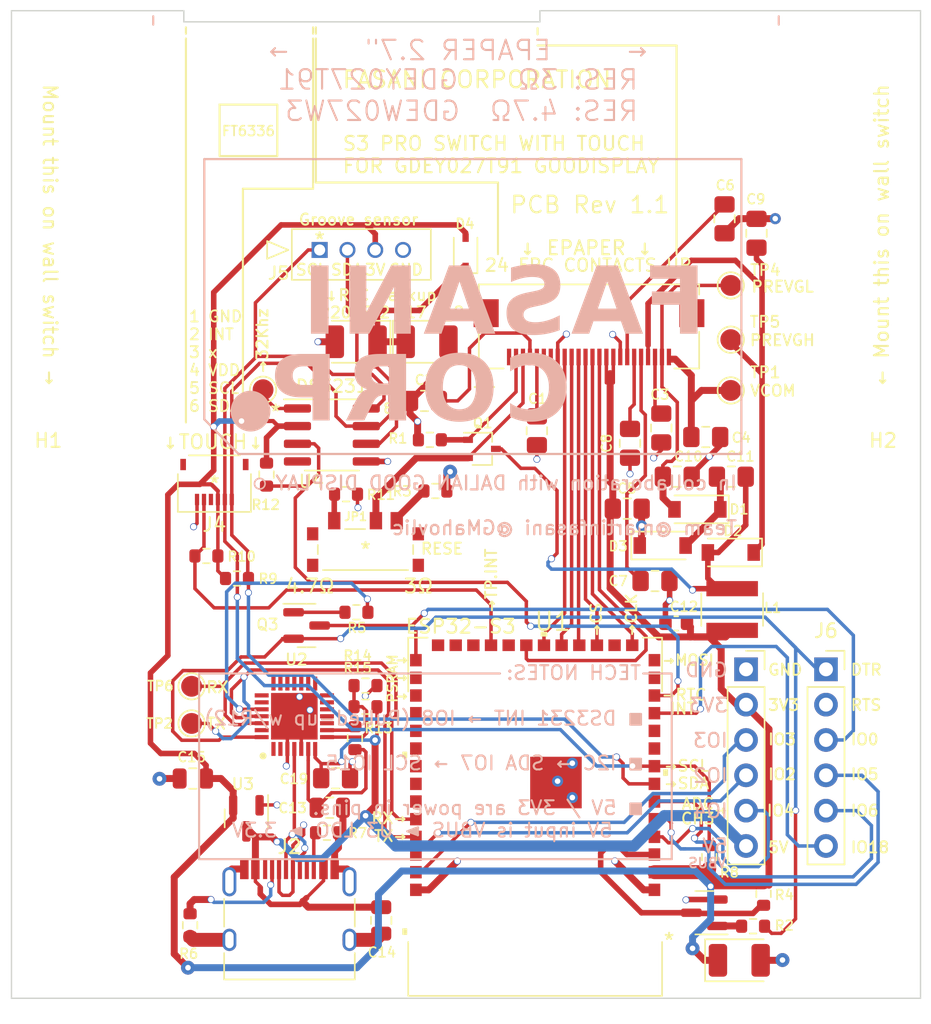
<source format=kicad_pcb>
(kicad_pcb (version 20211014) (generator pcbnew)
  (layers (0 "F.Cu" signal) (1 "In1.Cu" signal) (2 "In2.Cu" signal) (31 "B.Cu" signal) (34 "B.Paste" user) (35 "F.Paste" user) (36 "B.SilkS" user "B.Silkscreen") (37 "F.SilkS" user "F.Silkscreen") (38 "B.Mask" user) (39 "F.Mask" user) (44 "Edge.Cuts" user))
  (net 0 "")
  (net 1 "GND")
  (net 2 "+3V3")
  (net 3 "VBUS")
  (net 4 "/TOUCH_INT")
  (net 6 "Net-(C1-Pad2)")
  (net 7 "Net-(C2-Pad2)")
  (net 8 "/TOUCH_SCL")
  (net 9 "Net-(C3-Pad2)")
  (net 10 "/VCOM")
  (net 11 "Net-(J2-PadA6)")
  (net 12 "Net-(J2-PadB5)")
  (net 13 "Net-(C6-Pad2)")
  (net 14 "Net-(C7-Pad2)")
  (net 16 "/IO_1")
  (net 17 "/IO_2")
  (net 19 "/IO_0")
  (net 20 "Net-(C8-Pad2)")
  (net 21 "PREVGH")
  (net 22 "Net-(C10-Pad2)")
  (net 23 "Net-(C11-Pad1)")
  (net 24 "Net-(C11-Pad2)")
  (net 25 "/EPD_MOSI")
  (net 26 "/EPD_CLK")
  (net 27 "/EPD_CS")
  (net 28 "/EPD_DC")
  (net 29 "/EPD_RST")
  (net 30 "/EPD_BUSY")
  (net 33 "Net-(J1-Pad22)")
  (net 34 "Net-(J1-Pad23)")
  (net 36 "Net-(R13-Pad2)")
  (net 37 "Net-(J2-PadA5)")
  (net 39 "Net-(Q2-Pad1)")
  (net 40 "/RTS")
  (net 41 "Net-(C13-Pad1)")
  (net 42 "Net-(Q3-Pad1)")
  (net 43 "/DTR")
  (net 44 "TX")
  (net 45 "RX")
  (net 47 "/ENABLE")
  (net 59 "/TOUCH_SDA")
  (net 60 "Net-(JP1-Pad1)")
  (net 61 "Net-(JP1-Pad3)")
  (net 62 "Net-(C17-Pad1)")
  (net 63 "Net-(TP3-Pad1)")
  (net 70 "Net-(R14-Pad1)")
  (net 71 "/IO_5")
  (net 72 "/IO_6")
  (net 73 "/IO_18")
  (net 74 "/3231_INT")
  (net 75 "/IO4_ADC1_CH3")
  (footprint "TestPoint:TestPoint_Pad_D1.5mm" (layer "F.Cu") (at 156.55 82.3)
    (fp_text reference "TP1")
    (fp_text value "VCOM")
  )
  (footprint "Diode_SMD:D_SOD-323" (layer "F.Cu") (at 137.471501 72.37 90)
    (fp_text reference "D4")
    (fp_text value "1N5819WS" hide)
  )
  (footprint "Capacitor_SMD:C_0805_2012Metric_Pad1.18x1.45mm_HandSolder" (layer "F.Cu") (at 134.5125 83.05)
    (fp_text reference "C2")
    (fp_text value "4.7uF")
  )
  (footprint "TestPoint:TestPoint_Pad_D1.5mm" (layer "F.Cu") (at 122.9 82.25)
    (fp_text reference "TP3" hide)
    (fp_text value "32Khz")
  )
  (footprint "Resistor_SMD:R_0603_1608Metric" (layer "F.Cu") (at 130.27 105.04)
    (fp_text reference "R14")
    (fp_text value "22K")
  )
  (footprint "Package_TO_SOT_SMD:SOT-23" (layer "F.Cu") (at 154.65 119.85 180)
    (fp_text reference "Q2" hide)
    (fp_text value "BC817")
  )
  (footprint "Capacitor_SMD:C_0805_2012Metric_Pad1.18x1.45mm_HandSolder" (layer "F.Cu") (at 149.3 86.1 90)
    (fp_text reference "C8")
    (fp_text value "1uF")
  )
  (footprint "Capacitor_SMD:C_0805_2012Metric_Pad1.18x1.45mm_HandSolder" (layer "F.Cu") (at 151.1 96 180)
    (fp_text reference "C7")
    (fp_text value "4.7uF")
  )
  (footprint "footprint:USB_C_Receptacle_HRO_TYPE-C-31-M-12" (layer "F.Cu") (at 124.8 120.75)
    (fp_text reference "J2")
    (fp_text value "USB_C_Programming")
  )
  (footprint "Package_TO_SOT_SMD:SOT-23" (layer "F.Cu") (at 121.7 113.0625 -90)
    (fp_text reference "U3")
    (fp_text value "MCP1700-3302E_SOT23" hide)
  )
  (footprint "Resistor_SMD:R_0603_1608Metric" (layer "F.Cu") (at 129.51 107.3 90)
    (fp_text reference "R13")
    (fp_text value "1K")
  )
  (footprint "Capacitor_SMD:C_0805_2012Metric_Pad1.18x1.45mm_HandSolder" (layer "F.Cu") (at 156.5875 88.5)
    (fp_text reference "C11")
    (fp_text value "4.7uF 50V")
  )
  (footprint "Resistor_SMD:R_0603_1608Metric" (layer "F.Cu") (at 128.87 89.76)
    (fp_text reference "R11")
    (fp_text value "0.47R")
  )
  (footprint "Capacitor_Tantalum_SMD:CP_EIA-3528-21_Kemet-B" (layer "F.Cu") (at 129.6 78.8 180)
    (fp_text reference "C17")
    (fp_text value "220uF")
  )
  (footprint "Capacitor_SMD:C_0805_2012Metric_Pad1.18x1.45mm_HandSolder" (layer "F.Cu") (at 154.75 85.65 180)
    (fp_text reference "C4")
    (fp_text value "1uF")
  )
  (footprint "Package_SO:SOIC-8_3.9x4.9mm_P1.27mm" (layer "F.Cu") (at 127.85 85.5)
    (fp_text reference "U4")
    (fp_text value "DS3231MZ")
  )
  (footprint "Capacitor_SMD:C_0805_2012Metric_Pad1.18x1.45mm_HandSolder" (layer "F.Cu") (at 158.4 71 -90)
    (fp_text reference "C9")
    (fp_text value "4.7uF")
  )
  (footprint "Resistor_SMD:R_0603_1608Metric" (layer "F.Cu") (at 135.3 89.53)
    (fp_text reference "R3")
    (fp_text value "3R")
  )
  (footprint "Resistor_SMD:R_0603_1608Metric" (layer "F.Cu") (at 158.155 120.82 180)
    (fp_text reference "R2")
    (fp_text value "10 K")
  )
  (footprint "TestPoint:TestPoint_Pad_D1.5mm" (layer "F.Cu") (at 156.55 74.75)
    (fp_text reference "TP4")
    (fp_text value "PREVGL")
  )
  (footprint "MountingHole:MountingHole_3.2mm_M3" (layer "F.Cu") (at 107.45 90.1)
    (fp_text reference "H1")
    (fp_text value "MountingSwitch")
  )
  (footprint "Capacitor_SMD:C_0805_2012Metric_Pad1.18x1.45mm_HandSolder" (layer "F.Cu") (at 156.1 69.9625 90)
    (fp_text reference "C6")
    (fp_text value "1uF")
  )
  (footprint "Resistor_SMD:R_0603_1608Metric" (layer "F.Cu") (at 129.62 98.25 180)
    (fp_text reference "R5")
    (fp_text value "10 K")
  )
  (footprint "footprint:switch-MK-12C02-G020" (layer "F.Cu") (at 130.27 93.74)
    (fp_text reference "JP1")
    (fp_text value "RESE")
  )
  (footprint "TestPoint:TestPoint_Pad_D1.5mm" (layer "F.Cu") (at 117.76 103.57)
    (fp_text reference "TP6")
    (fp_text value "RX")
  )
  (footprint "Capacitor_SMD:C_0805_2012Metric" (layer "F.Cu") (at 131.4 120.4 -90)
    (fp_text reference "C14")
    (fp_text value "10uF")
  )
  (footprint "footprint:AFC24-S24FIC-00" (layer "F.Cu") (at 146.35 77.7 180)
    (fp_text reference "J1")
    (fp_text value "AFC24-S24FIC-00" hide)
  )
  (footprint "Capacitor_SMD:C_0805_2012Metric_Pad1.18x1.45mm_HandSolder" (layer "F.Cu") (at 152.7 88.5 180)
    (fp_text reference "C10")
    (fp_text value "4.7uF")
  )
  (footprint "Resistor_SMD:R_0603_1608Metric" (layer "F.Cu") (at 127.5 114.1)
    (fp_text reference "R7")
    (fp_text value "5.1K")
  )
  (footprint "Package_TO_SOT_SMD:SOT-23" (layer "F.Cu") (at 126.03 99.2)
    (fp_text reference "Q3")
    (fp_text value "BC817")
  )
  (footprint "Diode_SMD:D_SOD-123" (layer "F.Cu") (at 154.15 90.85 180)
    (fp_text reference "D1")
    (fp_text value "MBR0530" hide)
  )
  (footprint "Capacitor_SMD:C_0805_2012Metric" (layer "F.Cu") (at 127.7 112.3)
    (fp_text reference "C13")
    (fp_text value "100nF")
  )
  (footprint "Resistor_SMD:R_0603_1608Metric" (layer "F.Cu") (at 123.15 88.35 -90)
    (fp_text reference "R12")
    (fp_text value "10 K")
  )
  (footprint "Resistor_SMD:R_0603_1608Metric" (layer "F.Cu") (at 118.825 94.2 180)
    (fp_text reference "R10")
    (fp_text value "4.7K")
  )
  (footprint "Capacitor_SMD:C_0805_2012Metric" (layer "F.Cu") (at 117.85 110.2 180)
    (fp_text reference "C15")
    (fp_text value "10uF")
  )
  (footprint "TestPoint:TestPoint_Pad_D1.5mm" (layer "F.Cu") (at 117.76 106.24)
    (fp_text reference "TP2")
    (fp_text value "TX")
  )
  (footprint "Capacitor_Tantalum_SMD:CP_EIA-3528-21_Kemet-B" (layer "F.Cu") (at 157.1625 123.27)
    (fp_text reference "C16" hide)
    (fp_text value "C_Polarized 100uF" hide)
  )
  (footprint "Capacitor_SMD:C_0805_2012Metric_Pad1.18x1.45mm_HandSolder" (layer "F.Cu") (at 128.12 110.18 180)
    (fp_text reference "C19")
    (fp_text value "4.7uF")
  )
  (footprint "Resistor_SMD:R_0603_1608Metric" (layer "F.Cu") (at 130.27 103.52 180)
    (fp_text reference "R15")
    (fp_text value "47.5K")
  )
  (footprint "Resistor_SMD:R_0603_1608Metric" (layer "F.Cu") (at 134.9 85.85 180)
    (fp_text reference "R1")
    (fp_text value "10K")
  )
  (footprint "footprint:FH34SRJ-6S-0.5SH50-Hirose" (layer "F.Cu") (at 119.4 89 180)
    (fp_text reference "J4")
    (fp_text value "Conn_01x06_Female" hide)
  )
  (footprint "Resistor_SMD:R_0603_1608Metric" (layer "F.Cu") (at 121.025 95.82)
    (fp_text reference "R9")
    (fp_text value "4.7K")
  )
  (footprint "Resistor_SMD:R_0603_1608Metric" (layer "F.Cu") (at 117.65 120.75 -90)
    (fp_text reference "R6")
    (fp_text value "5.1K")
  )
  (footprint "Capacitor_SMD:C_0805_2012Metric_Pad1.18x1.45mm_HandSolder" (layer "F.Cu") (at 142.6 85.2 90)
    (fp_text reference "C1")
    (fp_text value "4.7uF")
  )
  (footprint "footprint:CP2102-QFN50P500X500X80-29N-D" (layer "F.Cu") (at 125.15 105.725 90)
    (fp_text reference "U2")
    (fp_text value "CP2102N-A02-GQFN28R" hide)
  )
  (footprint "footprint:ESP32-S3-WROOM-1-N8" (layer "F.Cu") (at 142.476 112.95 180)
    (fp_text reference "U1")
    (fp_text value "ESP32-S3")
  )
  (footprint "footprint:MOLEX-I2C-532530470" (layer "F.Cu") (at 126.971501 72.2)
    (fp_text reference "J5")
    (fp_text value "Groove sensor")
  )
  (footprint "Diode_SMD:D_SOD-123" (layer "F.Cu") (at 151.65 93.45)
    (fp_text reference "D3")
    (fp_text value "MBR0530")
  )
  (footprint "Capacitor_SMD:C_0805_2012Metric_Pad1.18x1.45mm_HandSolder" (layer "F.Cu") (at 149.1 90.8 180)
    (fp_text reference "C5")
    (fp_text value "1uF")
  )
  (footprint "Connector_PinSocket_2.54mm:PinSocket_1x06_P2.54mm_Vertical" (layer "F.Cu") (at 157.65 102.35)
    (fp_text reference "J3" hide)
    (fp_text value "Conn_01x06")
  )
  (footprint "Capacitor_Tantalum_SMD:CP_EIA-3528-21_Kemet-B" (layer "F.Cu") (at 134.7 78.8)
    (fp_text reference "C18")
    (fp_text value "220uF")
  )
  (footprint "TestPoint:TestPoint_Pad_D1.5mm" (layer "F.Cu") (at 156.55 78.65)
    (fp_text reference "TP5")
    (fp_text value "PREVGH")
  )
  (footprint "Package_TO_SOT_SMD:SOT-323_SC-70" (layer "F.Cu") (at 138.65 86.5)
    (fp_text reference "Q1")
    (fp_text value "Si1308")
  )
  (footprint "Capacitor_SMD:C_0603_1608Metric" (layer "F.Cu") (at 152.625 99.05)
    (fp_text reference "C12")
    (fp_text value "4.7uF")
  )
  (footprint "Resistor_SMD:R_0603_1608Metric" (layer "F.Cu") (at 155 115.85 90)
    (fp_text reference "R8")
    (fp_text value "4.7K")
  )
  (footprint "footprint:SWPA4030S1R0NT" (layer "F.Cu") (at 156.65 98.05 -90)
    (fp_text reference "L1")
    (fp_text value "10uH" hide)
  )
  (footprint "Connector_PinSocket_2.54mm:PinSocket_1x06_P2.54mm_Vertical" (layer "F.Cu") (at 163.4 102.35)
    (fp_text reference "J6")
    (fp_text value "Conn_01x06")
  )
  (footprint "Diode_SMD:D_SOD-123" (layer "F.Cu") (at 156.55 93.95 180)
    (fp_text reference "D2")
    (fp_text value "MBR0530" hide)
  )
  (footprint "MountingHole:MountingHole_3.2mm_M3" (layer "F.Cu") (at 167.5 90.1)
    (fp_text reference "H2")
    (fp_text value "MountingSwitch")
  )
  (footprint "Capacitor_SMD:C_0805_2012Metric_Pad1.18x1.45mm_HandSolder" (layer "F.Cu") (at 151.55 85 90)
    (fp_text reference "C3")
    (fp_text value "4.7uF")
  )
  (footprint "Resistor_SMD:R_0603_1608Metric" (layer "F.Cu") (at 158.91 118.49 -90)
    (fp_text reference "R4")
    (fp_text value "10 K")
  )
  (gr_line (start 115 55.4) (end 115 56) (layer "B.SilkS") (width 0.15))
  (gr_line (start 160 55.4) (end 160 56) (layer "B.SilkS") (width 0.15))
  (gr_line (start 118.3 116) (end 118.3 102.75) (layer "B.SilkS") (width 0.15))
  (gr_line (start 152.3 102.75) (end 152.3 116) (layer "B.SilkS") (width 0.15))
  (gr_line (start 157.313386 86.868518) (end 121.138919 86.868518) (layer "B.SilkS") (width 0.158749))
  (gr_line (start 152.3 116) (end 118.3 116) (layer "B.SilkS") (width 0.15))
  (gr_line (start 118.3 102.65) (end 139.95 102.65) (layer "B.SilkS") (width 0.15))
  (gr_line (start 121.138919 86.868518) (end 118.673383 84.373871) (layer "B.SilkS") (width 0.158749))
  (gr_line (start 118.673383 84.373871) (end 118.673383 84.373871) (layer "B.SilkS") (width 0.158749))
  (gr_poly (pts (xy 137.16709 79.590994) (xy 137.305084 79.598691) (xy 137.439224 79.611519) (xy 137.569509 79.629479) (xy 137.69594 79.65257) (xy 137.818516 79.680792) (xy 137.937237 79.714146) (xy 138.052103 79.75263) (xy 138.163114 79.796246) (xy 138.270271 79.844993) (xy 138.373573 79.898871) (xy 138.473021 79.95788) (xy 138.568613 80.02202) (xy 138.660351 80.091292) (xy 138.748234 80.165694) (xy 138.832262 80.245227) (xy 138.91141 80.328955) (xy 138.985451 80.416738) (xy 139.054386 80.508575) (xy 139.118214 80.604467) (xy 139.176936 80.704414) (xy 139.230552 80.808416) (xy 139.279062 80.916473) (xy 139.322465 81.028585) (xy 139.360763 81.144752) (xy 139.393953 81.264974) (xy 139.422038 81.389251) (xy 139.445016 81.517583) (xy 139.462888 81.649971) (xy 139.475654 81.786414) (xy 139.483313 81.926912) (xy 139.485867 82.071466) (xy 139.483313 82.21602) (xy 139.475654 82.356519) (xy 139.462888 82.492962) (xy 139.445016 82.62535) (xy 139.422038 82.753682) (xy 139.393953 82.877959) (xy 139.360763 82.998181) (xy 139.322465 83.114348) (xy 139.279062 83.22646) (xy 139.230552 83.334517) (xy 139.176936 83.438519) (xy 139.118214 83.538466) (xy 139.054386 83.634358) (xy 138.985451 83.726195) (xy 138.91141 83.813978) (xy 138.832262 83.897705) (xy 138.748234 83.976853) (xy 138.660351 84.050893) (xy 138.568613 84.119828) (xy 138.473021 84.183656) (xy 138.373573 84.242377) (xy 138.270271 84.295993) (xy 138.163114 84.344501) (xy 138.052103 84.387904) (xy 137.937237 84.4262) (xy 137.818516 84.45939) (xy 137.69594 84.487474) (xy 137.569509 84.510452) (xy 137.439224 84.528323) (xy 137.305084 84.541088) (xy 137.16709 84.548747) (xy 137.02524 84.5513) (xy 136.883403 84.548747) (xy 136.745446 84.541088) (xy 136.611369 84.528323) (xy 136.481172 84.510452) (xy 136.354854 84.487474) (xy 136.232416 84.45939) (xy 136.113858 84.4262) (xy 135.999179 84.387904) (xy 135.88838 84.344501) (xy 135.781461 84.295993) (xy 135.678422 84.242377) (xy 135.579263 84.183656) (xy 135.483983 84.119828) (xy 135.392583 84.050893) (xy 135.305063 83.976853) (xy 135.221423 83.897705) (xy 135.141887 83.813978) (xy 135.067483 83.726195) (xy 134.998211 83.634358) (xy 134.934069 83.538466) (xy 134.875059 83.438519) (xy 134.82118 83.334517) (xy 134.772433 83.22646) (xy 134.728816 83.114348) (xy 134.690332 82.998181) (xy 134.656978 82.877959) (xy 134.628756 82.753682) (xy 134.605665 82.62535) (xy 134.587705 82.492962) (xy 134.574877 82.356519) (xy 134.56718 82.21602) (xy 134.564614 82.071466) (xy 134.564614 82.071448) (xy 135.836579 82.071448) (xy 135.83768 82.157754) (xy 135.840984 82.242059) (xy 135.846491 82.324361) (xy 135.8542 82.404661) (xy 135.864113 82.482959) (xy 135.876227 82.559254) (xy 135.890545 82.633546) (xy 135.907066 82.705835) (xy 135.907063 82.705817) (xy 135.91615 82.740809) (xy 135.925786 82.7753) (xy 135.935974 82.809291) (xy 135.946712 82.842782) (xy 135.958001 82.875772) (xy 135.969841 82.908262) (xy 135.982231 82.940252) (xy 135.995172 82.971741) (xy 136.008663 83.00273) (xy 136.022706 83.033218) (xy 136.037299 83.063206) (xy 136.052442 83.092694) (xy 136.068136 83.121681) (xy 136.084381 83.150168) (xy 136.101176 83.178154) (xy 136.118523 83.20564) (xy 136.136495 83.232099) (xy 136.155167 83.257806) (xy 136.174541 83.282763) (xy 136.194616 83.306968) (xy 136.215391 83.330423) (xy 136.236868 83.353126) (xy 136.259045 83.375079) (xy 136.281923 83.39628) (xy 136.305502 83.416731) (xy 136.329782 83.43643) (xy 136.354763 83.455379) (xy 136.380444 83.473576) (xy 136.406827 83.491022) (xy 136.43391 83.507718) (xy 136.461694 83.523662) (xy 136.490179 83.538855) (xy 136.519302 83.55321) (xy 136.549001 83.566639) (xy 136.579275 83.579141) (xy 136.610126 83.590718) (xy 136.641552 83.601368) (xy 136.673554 83.611092) (xy 136.706131 83.61989) (xy 136.739284 83.627762) (xy 136.773013 83.634708) (xy 136.807318 83.640728) (xy 136.842199 83.645821) (xy 136.877655 83.649989) (xy 136.913686 83.65323) (xy 136.950294 83.655546) (xy 136.987477 83.656935) (xy 137.025236 83.657398) (xy 137.098175 83.655708) (xy 137.168812 83.650639) (xy 137.237147 83.642192) (xy 137.303178 83.630365) (xy 137.366906 83.615158) (xy 137.428332 83.596573) (xy 137.458181 83.586013) (xy 137.487455 83.574609) (xy 137.516152 83.562359) (xy 137.544274 83.549265) (xy 137.571821 83.535326) (xy 137.598792 83.520542) (xy 137.625187 83.504913) (xy 137.651006 83.48844) (xy 137.676249 83.471122) (xy 137.700917 83.452959) (xy 137.725009 83.433951) (xy 137.748526 83.414099) (xy 137.771467 83.393401) (xy 137.793832 83.371859) (xy 137.815621 83.349472) (xy 137.836834 83.326241) (xy 137.877534 83.277243) (xy 137.915932 83.224866) (xy 137.951626 83.169673) (xy 137.985017 83.112228) (xy 138.016105 83.05253) (xy 138.044891 82.990579) (xy 138.071373 82.926375) (xy 138.095553 82.859919) (xy 138.11743 82.79121) (xy 138.137004 82.720248) (xy 138.154275 82.647033) (xy 138.169244 82.571566) (xy 138.181909 82.493845) (xy 138.192272 82.413872) (xy 138.200332 82.331645) (xy 138.206089 82.247166) (xy 138.209543 82.160433) (xy 138.210695 82.071448) (xy 138.208793 81.95561) (xy 138.203086 81.843575) (xy 138.198805 81.788984) (xy 138.193574 81.735343) (xy 138.187391 81.682653) (xy 138.180258 81.630915) (xy 138.172173 81.580127) (xy 138.163137 81.53029) (xy 138.153149 81.481405) (xy 138.142211 81.43347) (xy 138.130321 81.386487) (xy 138.117481 81.340455) (xy 138.103689 81.295375) (xy 138.088946 81.251245) (xy 138.073151 81.208143) (xy 138.056206 81.166141) (xy 138.038108 81.125241) (xy 138.01886 81.085441) (xy 137.99846 81.046744) (xy 137.976908 81.009147) (xy 137.954206 80.972652) (xy 137.930351 80.937258) (xy 137.905346 80.902966) (xy 137.879188 80.869775) (xy 137.85188 80.837686) (xy 137.82342 80.806698) (xy 137.793809 80.776812) (xy 137.763046 80.748027) (xy 137.731132 80.720344) (xy 137.698066 80.693763) (xy 137.663524 80.668156) (xy 137.62798 80.644201) (xy 137.591435 80.621899) (xy 137.553889 80.601248) (xy 137.515341 80.582249) (xy 137.475793 80.564902) (xy 137.435243 80.549206) (xy 137.393692 80.535163) (xy 137.351139 80.522772) (xy 137.307586 80.512033) (xy 137.263031 80.502946) (xy 137.217475 80.495512) (xy 137.170917 80.489729) (xy 137.123359 80.485598) (xy 137.074799 80.48312) (xy 137.025238 80.482294) (xy 136.987479 80.482757) (xy 136.950296 80.484146) (xy 136.913689 80.486462) (xy 136.877657 80.489703) (xy 136.842201 80.49387) (xy 136.80732 80.498964) (xy 136.773016 80.504984) (xy 136.739287 80.51193) (xy 136.706133 80.519802) (xy 136.673556 80.5286) (xy 136.641554 80.538324) (xy 136.610128 80.548974) (xy 136.579278 80.560551) (xy 136.549003 80.573053) (xy 136.519304 80.586482) (xy 136.490181 80.600837) (xy 136.461696 80.616045) (xy 136.433912 80.63203) (xy 136.406829 80.64879) (xy 136.380446 80.666326) (xy 136.354765 80.684637) (xy 136.329784 80.703724) (xy 136.305504 80.723586) (xy 136.281925 80.744224) (xy 136.259047 80.765638) (xy 136.23687 80.787827) (xy 136.215394 80.810793) (xy 136.194618 80.834534) (xy 136.174543 80.859051) (xy 136.15517 80.884343) (xy 136.136497 80.910412) (xy 136.118525 80.937256) (xy 136.101179 80.964362) (xy 136.084383 80.99202) (xy 136.068138 81.020228) (xy 136.052444 81.048987) (xy 136.037301 81.078297) (xy 136.022708 81.108158) (xy 136.008666 81.13857) (xy 135.995174 81.169532) (xy 135.982233 81.201046) (xy 135.969843 81.23311) (xy 135.946715 81.298891) (xy 135.925789 81.366875) (xy 135.907066 81.437061) (xy 135.890545 81.50935) (xy 135.876227 81.583642) (xy 135.864113 81.659937) (xy 135.8542 81.738235) (xy 135.846491 81.818535) (xy 135.840984 81.900838) (xy 135.83768 81.985142) (xy 135.836579 82.071448) (xy 134.564614 82.071448) (xy 134.567167 81.926526) (xy 134.574827 81.785666) (xy 134.587592 81.648886) (xy 134.605464 81.516186) (xy 134.628443 81.387566) (xy 134.656527 81.263026) (xy 134.689718 81.142566) (xy 134.728015 81.026186) (xy 134.771419 80.913886) (xy 134.819928 80.805665) (xy 134.873544 80.701525) (xy 134.932266 80.601465) (xy 134.996095 80.505484) (xy 135.06503 80.413584) (xy 135.139071 80.325764) (xy 135.218218 80.242023) (xy 135.301871 80.162876) (xy 135.389429 80.088835) (xy 135.480891 80.019901) (xy 135.576259 79.956073) (xy 135.675531 79.897351) (xy 135.778708 79.843736) (xy 135.88579 79.795227) (xy 135.996776 79.751824) (xy 136.111667 79.713528) (xy 136.230463 79.680338) (xy 136.353164 79.652254) (xy 136.47977 79.629277) (xy 136.61028 79.611405) (xy 136.744696 79.59864) (xy 136.883016 79.590981) (xy 137.02524 79.588428)) (layer "B.SilkS") (width 0) (fill solid))
  (gr_line (start 157.313386 65.670308) (end 157.313386 86.868518) (layer "B.SilkS") (width 0.158749))
  (gr_poly (pts (xy 127.695915 84.458411) (xy 126.462399 84.458411) (xy 126.462399 82.798761) (xy 125.648598 82.798761) (xy 125.539551 82.797234) (xy 125.433483 82.792654) (xy 125.330394 82.785019) (xy 125.230283 82.774331) (xy 125.133151 82.760589) (xy 125.038998 82.743793) (xy 124.947823 82.723943) (xy 124.859627 82.70104) (xy 124.77441 82.675083) (xy 124.692172 82.646073) (xy 124.612912 82.614009) (xy 124.53663 82.578891) (xy 124.463328 82.54072) (xy 124.393004 82.499496) (xy 124.325659 82.455218) (xy 124.261292 82.407886) (xy 124.20038 82.357121) (xy 124.143397 82.303353) (xy 124.090345 82.246581) (xy 124.041222 82.186807) (xy 123.996029 82.124028) (xy 123.954765 82.058247) (xy 123.917432 81.989462) (xy 123.884029 81.917674) (xy 123.854555 81.842882) (xy 123.829011 81.765087) (xy 123.807397 81.684288) (xy 123.789713 81.600486) (xy 123.775958 81.513681) (xy 123.766134 81.423871) (xy 123.760239 81.331058) (xy 123.758274 81.235242) (xy 125.030237 81.235242) (xy 125.031013 81.27549) (xy 125.033341 81.314537) (xy 125.03722 81.352382) (xy 125.042652 81.389026) (xy 125.049636 81.424469) (xy 125.058171 81.458711) (xy 125.068258 81.491751) (xy 125.079898 81.52359) (xy 125.093089 81.554227) (xy 125.107832 81.583663) (xy 125.124127 81.611897) (xy 125.141974 81.63893) (xy 125.161373 81.664762) (xy 125.182324 81.689392) (xy 125.204826 81.71282) (xy 125.228881 81.735047) (xy 125.253937 81.755611) (xy 125.280244 81.774848) (xy 125.307803 81.792759) (xy 125.336613 81.809342) (xy 125.366675 81.824599) (xy 125.397989 81.838529) (xy 125.430554 81.851132) (xy 125.46437 81.862408) (xy 125.499439 81.872358) (xy 125.535758 81.880981) (xy 125.573329 81.888277) (xy 125.612152 81.894246) (xy 125.652227 81.898889) (xy 125.693552 81.902206) (xy 125.73613 81.904195) (xy 125.779959 81.904859) (xy 126.462397 81.904859) (xy 126.462397 80.568811) (xy 125.779959 80.568811) (xy 125.73613 80.569475) (xy 125.693552 80.571464) (xy 125.652227 80.574781) (xy 125.612152 80.579424) (xy 125.573329 80.585393) (xy 125.535758 80.59269) (xy 125.499439 80.601312) (xy 125.46437 80.611262) (xy 125.430554 80.622538) (xy 125.397989 80.635141) (xy 125.366675 80.649071) (xy 125.336613 80.664328) (xy 125.307803 80.680912) (xy 125.280244 80.698822) (xy 125.253937 80.718059) (xy 125.228881 80.738623) (xy 125.204826 80.760464) (xy 125.182324 80.783531) (xy 125.161373 80.807824) (xy 125.141974 80.833343) (xy 125.124127 80.860089) (xy 125.107832 80.888061) (xy 125.093089 80.917259) (xy 125.079898 80.947684) (xy 125.068258 80.979335) (xy 125.058171 81.012213) (xy 125.049636 81.046318) (xy 125.042652 81.081649) (xy 125.03722 81.118207) (xy 125.033341 81.155992) (xy 125.031013 81.195004) (xy 125.030237 81.235242) (xy 123.758274 81.235242) (xy 123.760239 81.139435) (xy 123.766134 81.046657) (xy 123.775958 80.956907) (xy 123.789713 80.870187) (xy 123.807397 80.786496) (xy 123.829011 80.705833) (xy 123.854555 80.6282) (xy 123.884029 80.553595) (xy 123.917432 80.48202) (xy 123.954765 80.413473) (xy 123.996029 80.347956) (xy 124.041222 80.285467) (xy 124.090345 80.226007) (xy 124.143397 80.169577) (xy 124.20038 80.116175) (xy 124.261292 80.065802) (xy 124.325283 80.018471) (xy 124.392303 79.974193) (xy 124.462352 79.932968) (xy 124.535429 79.894797) (xy 124.611535 79.859679) (xy 124.69067 79.827615) (xy 124.772834 79.798605) (xy 124.858026 79.772648) (xy 124.946247 79.749745) (xy 125.037496 79.729896) (xy 125.131775 79.7131) (xy 125.229082 79.699358) (xy 125.329418 79.688669) (xy 125.432782 79.681035) (xy 125.539176 79.676454) (xy 125.648598 79.674927) (xy 127.695915 79.674927)) (layer "B.SilkS") (width 0) (fill solid))
  (gr_line (start 121.138919 86.868518) (end 121.138919 86.868518) (layer "B.SilkS") (width 0.158749))
  (gr_line (start 157.313386 65.670308) (end 157.313386 65.670308) (layer "B.SilkS") (width 0.158749))
  (gr_poly (pts (xy 154.159719 78.221931) (xy 152.893943 78.221931) (xy 152.893943 76.140791) (xy 150.871985 76.140791) (xy 150.871985 75.184065) (xy 152.893943 75.184065) (xy 152.893943 74.270076) (xy 150.743763 74.270076) (xy 150.743763 73.31335) (xy 154.159719 73.31335)) (layer "B.SilkS") (width 0) (fill solid))
  (gr_poly (pts (xy 150.234112 78.221931) (xy 148.961758 78.221931) (xy 148.649423 77.327663) (xy 146.670206 77.327663) (xy 146.361159 78.221931) (xy 145.088805 78.221931) (xy 145.757362 76.416951) (xy 146.989117 76.416951) (xy 148.3338 76.416951) (xy 147.659814 74.46404) (xy 146.989117 76.416951) (xy 145.757362 76.416951) (xy 146.906923 73.31335) (xy 148.415993 73.31335)) (layer "B.SilkS") (width 0) (fill solid))
  (gr_line (start 150.25 102.65) (end 152.3 102.65) (layer "B.SilkS") (width 0.15))
  (gr_poly (pts (xy 127.610992 78.221931) (xy 126.345213 78.221931) (xy 126.345213 73.31335) (xy 127.610992 73.31335)) (layer "B.SilkS") (width 0) (fill solid))
  (gr_poly (pts (xy 130.33 76.68) (xy 132.115241 73.31335) (xy 133.528967 73.31335) (xy 133.528967 78.221931) (xy 132.328944 78.221931) (xy 132.328944 74.855281) (xy 130.543704 78.221931) (xy 129.129977 78.221931) (xy 129.129977 73.31335) (xy 130.33 73.31335)) (layer "B.SilkS") (width 0) (fill solid))
  (gr_poly (pts (xy 122.072583 82.324867) (xy 122.145094 82.330522) (xy 122.216551 82.339835) (xy 122.286864 82.352714) (xy 122.355944 82.369066) (xy 122.4237 82.3888) (xy 122.490043 82.411823) (xy 122.554883 82.438044) (xy 122.61813 82.46737) (xy 122.679695 82.49971) (xy 122.739489 82.534972) (xy 122.79742 82.573063) (xy 122.8534 82.613892) (xy 122.907339 82.657367) (xy 122.959148 82.703395) (xy 123.008735 82.751884) (xy 123.056013 82.802743) (xy 123.10089 82.855879) (xy 123.143278 82.911201) (xy 123.183086 82.968617) (xy 123.220225 83.028034) (xy 123.254605 83.08936) (xy 123.286137 83.152504) (xy 123.314731 83.217373) (xy 123.340296 83.283876) (xy 123.362744 83.35192) (xy 123.381985 83.421414) (xy 123.397928 83.492265) (xy 123.410485 83.564381) (xy 123.419565 83.637671) (xy 123.425079 83.712042) (xy 123.426937 83.787403) (xy 123.425079 83.862763) (xy 123.419565 83.937134) (xy 123.410484 84.010424) (xy 123.397927 84.082541) (xy 123.381984 84.153392) (xy 123.362743 84.222885) (xy 123.340295 84.290929) (xy 123.314729 84.357432) (xy 123.286135 84.422301) (xy 123.254603 84.485445) (xy 123.220223 84.546772) (xy 123.183083 84.606188) (xy 123.143275 84.663604) (xy 123.100887 84.718926) (xy 123.056009 84.772062) (xy 123.008731 84.822921) (xy 122.959143 84.871411) (xy 122.907335 84.917439) (xy 122.853396 84.960913) (xy 122.797415 85.001742) (xy 122.739483 85.039833) (xy 122.67969 85.075095) (xy 122.618124 85.107435) (xy 122.554876 85.136762) (xy 122.490036 85.162982) (xy 122.423693 85.186006) (xy 122.355936 85.20574) (xy 122.286856 85.222092) (xy 122.216543 85.23497) (xy 122.145085 85.244283) (xy 122.072573 85.249938) (xy 121.999097 85.251844) (xy 121.925621 85.249938) (xy 121.853109 85.244283) (xy 121.781652 85.23497) (xy 121.711339 85.222092) (xy 121.64226 85.20574) (xy 121.574504 85.186006) (xy 121.508161 85.162982) (xy 121.443321 85.136762) (xy 121.380073 85.107435) (xy 121.318508 85.075095) (xy 121.258715 85.039833) (xy 121.200783 85.001742) (xy 121.144803 84.960913) (xy 121.090864 84.917439) (xy 121.039056 84.871411) (xy 120.989468 84.822921) (xy 120.942191 84.772062) (xy 120.897313 84.718926) (xy 120.854926 84.663604) (xy 120.815117 84.606188) (xy 120.777978 84.546772) (xy 120.743598 84.485445) (xy 120.712066 84.422301) (xy 120.683472 84.357432) (xy 120.657907 84.290929) (xy 120.635459 84.222885) (xy 120.616218 84.153392) (xy 120.600275 84.082541) (xy 120.587718 84.010424) (xy 120.578638 83.937134) (xy 120.573125 83.862763) (xy 120.571267 83.787403) (xy 120.573125 83.712042) (xy 120.578639 83.637671) (xy 120.58772 83.564381) (xy 120.600277 83.492265) (xy 120.61622 83.421414) (xy 120.635461 83.35192) (xy 120.657909 83.283876) (xy 120.683475 83.217373) (xy 120.712069 83.152504) (xy 120.743601 83.08936) (xy 120.777981 83.028034) (xy 120.815121 82.968617) (xy 120.854929 82.911201) (xy 120.897317 82.855879) (xy 120.942195 82.802743) (xy 120.989473 82.751884) (xy 121.03906 82.703395) (xy 121.090869 82.657367) (xy 121.144808 82.613892) (xy 121.200789 82.573063) (xy 121.25872 82.534972) (xy 121.318514 82.49971) (xy 121.38008 82.46737) (xy 121.443327 82.438044) (xy 121.508168 82.411823) (xy 121.574511 82.3888) (xy 121.642267 82.369066) (xy 121.711347 82.352714) (xy 121.781661 82.339835) (xy 121.853118 82.330522) (xy 121.92563 82.324867) (xy 121.999107 82.322962)) (layer "B.SilkS") (width 0) (fill solid))
  (gr_line (start 118.673383 84.373871) (end 118.673383 65.670308) (layer "B.SilkS") (width 0.158749))
  (gr_poly (pts (xy 142.299862 79.591031) (xy 142.444477 79.598841) (xy 142.585113 79.611857) (xy 142.721768 79.63008) (xy 142.854444 79.653509) (xy 142.98314 79.682144) (xy 143.107856 79.715986) (xy 143.228592 79.755033) (xy 143.345348 79.799288) (xy 143.458124 79.848748) (xy 143.566921 79.903415) (xy 143.671737 79.963288) (xy 143.772574 80.028367) (xy 143.86943 80.098652) (xy 143.962307 80.174143) (xy 144.051203 80.25484) (xy 144.135006 80.340031) (xy 144.213403 80.429001) (xy 144.286393 80.521751) (xy 144.353976 80.618282) (xy 144.416153 80.718592) (xy 144.472922 80.822682) (xy 144.524286 80.930551) (xy 144.570242 81.042201) (xy 144.610792 81.15763) (xy 144.645935 81.276839) (xy 144.675672 81.399828) (xy 144.700002 81.526596) (xy 144.718925 81.657144) (xy 144.732442 81.791472) (xy 144.740552 81.929579) (xy 144.743255 82.071466) (xy 144.740539 82.213353) (xy 144.732391 82.351461) (xy 144.718812 82.485788) (xy 144.699801 82.616336) (xy 144.675359 82.743105) (xy 144.645485 82.866094) (xy 144.610179 82.985303) (xy 144.569441 83.100732) (xy 144.523272 83.212382) (xy 144.471671 83.320251) (xy 144.414638 83.424341) (xy 144.352174 83.524651) (xy 144.284278 83.621181) (xy 144.210951 83.713932) (xy 144.132192 83.802902) (xy 144.048001 83.888092) (xy 143.959117 83.968404) (xy 143.866277 84.043533) (xy 143.769483 84.113482) (xy 143.668734 84.178248) (xy 143.56403 84.237834) (xy 143.455372 84.292237) (xy 143.342758 84.34146) (xy 143.22619 84.385501) (xy 143.105666 84.42436) (xy 142.981188 84.458038) (xy 142.852756 84.486535) (xy 142.720368 84.509851) (xy 142.584025 84.527985) (xy 142.443728 84.540938) (xy 142.299476 84.54871) (xy 142.151269 84.5513) (xy 142.052385 84.549911) (xy 141.954377 84.545744) (xy 141.857245 84.538798) (xy 141.760989 84.529073) (xy 141.66561 84.516571) (xy 141.571106 84.501289) (xy 141.477478 84.48323) (xy 141.384727 84.462391) (xy 141.292851 84.438774) (xy 141.201852 84.412379) (xy 141.111729 84.383205) (xy 141.022481 84.351252) (xy 140.93411 84.316521) (xy 140.846615 84.279011) (xy 140.759996 84.238722) (xy 140.674253 84.195655) (xy 140.674253 83.20564) (xy 140.75698 83.260345) (xy 140.840158 83.311521) (xy 140.923786 83.359167) (xy 141.007864 83.403284) (xy 141.092393 83.443872) (xy 141.177373 83.48093) (xy 141.262803 83.514459) (xy 141.348683 83.544458) (xy 141.435015 83.570928) (xy 141.521796 83.593869) (xy 141.609028 83.613281) (xy 141.696711 83.629163) (xy 141.784845 83.641516) (xy 141.873428 83.650339) (xy 141.962463 83.655633) (xy 142.051948 83.657398) (xy 142.051943 83.657434) (xy 142.13487 83.65577) (xy 142.215444 83.650776) (xy 142.293665 83.642454) (xy 142.369533 83.630803) (xy 142.443049 83.615822) (xy 142.514211 83.597512) (xy 142.583021 83.575874) (xy 142.649478 83.550906) (xy 142.713581 83.522609) (xy 142.775332 83.490983) (xy 142.83473 83.456027) (xy 142.891775 83.417743) (xy 142.946468 83.376129) (xy 142.998807 83.331186) (xy 143.048794 83.282913) (xy 143.096427 83.231311) (xy 143.141432 83.176843) (xy 143.183534 83.119973) (xy 143.222732 83.060699) (xy 143.259027 82.999023) (xy 143.292418 82.934943) (xy 143.322905 82.868461) (xy 143.350489 82.799576) (xy 143.375169 82.728289) (xy 143.396946 82.654598) (xy 143.415819 82.578505) (xy 143.431789 82.500008) (xy 143.444855 82.419109) (xy 143.455017 82.335807) (xy 143.462276 82.250103) (xy 143.466631 82.161995) (xy 143.468083 82.071485) (xy 143.466631 81.980974) (xy 143.462276 81.892867) (xy 143.455017 81.807162) (xy 143.444855 81.72386) (xy 143.431789 81.642961) (xy 143.415819 81.564465) (xy 143.396946 81.488371) (xy 143.375169 81.414681) (xy 143.350489 81.343393) (xy 143.322905 81.274508) (xy 143.292418 81.208026) (xy 143.259027 81.143947) (xy 143.222732 81.08227) (xy 143.183534 81.022997) (xy 143.141432 80.966126) (xy 143.096427 80.911658) (xy 143.048794 80.85967) (xy 142.998807 80.811036) (xy 142.946468 80.765756) (xy 142.891775 80.72383) (xy 142.83473 80.685258) (xy 142.775332 80.650039) (xy 142.713581 80.618175) (xy 142.649478 80.589665) (xy 142.583021 80.564509) (xy 142.514211 80.542706) (xy 142.443049 80.524258) (xy 142.369533 80.509164) (xy 142.293665 80.497425) (xy 142.215444 80.489039) (xy 142.13487 80.484008) (xy 142.051943 80.482331) (xy 141.963209 80.484095) (xy 141.874826 80.489389) (xy 141.786793 80.498213) (xy 141.69911 80.510565) (xy 141.611778 80.526448) (xy 141.524796 80.545859) (xy 141.438165 80.5688) (xy 141.351884 80.59527) (xy 141.265953 80.62527) (xy 141.180373 80.658799) (xy 141.095144 80.695857) (xy 141.010264 80.736444) (xy 140.925735 80.780561) (xy 140.841557 80.828208) (xy 140.757729 80.879383) (xy 140.674251 80.934088) (xy 140.674251 79.944074) (xy 140.759994 79.901006) (xy 140.846613 79.860718) (xy 140.934108 79.823208) (xy 141.022479 79.788476) (xy 141.111726 79.756524) (xy 141.20185 79.727349) (xy 141.292849 79.700954) (xy 141.384725 79.677337) (xy 141.477476 79.656499) (xy 141.571104 79.638439) (xy 141.665607 79.623158) (xy 141.760987 79.610655) (xy 141.857243 79.600931) (xy 141.954375 79.593985) (xy 142.052383 79.589817) (xy 142.151266 79.588428)) (layer "B.SilkS") (width 0) (fill solid))
  (gr_poly (pts (xy 133.190401 84.458393) (xy 131.956884 84.458393) (xy 131.956884 82.648157) (xy 131.607655 82.648157) (xy 131.568933 82.64872) (xy 131.531261 82.65041) (xy 131.494641 82.653226) (xy 131.459072 82.657169) (xy 131.424555 82.662238) (xy 131.391088 82.668434) (xy 131.358673 82.675755) (xy 131.32731 82.684204) (xy 131.296998 82.693778) (xy 131.267737 82.704479) (xy 131.239527 82.716306) (xy 131.212368 82.729259) (xy 131.186261 82.743339) (xy 131.161206 82.758545) (xy 131.137201 82.774876) (xy 131.114248 82.792334) (xy 131.091495 82.810721) (xy 131.068892 82.830634) (xy 131.046439 82.852074) (xy 131.024137 82.87504) (xy 131.001985 82.899534) (xy 130.979982 82.925555) (xy 130.958131 82.953102) (xy 130.936429 82.982176) (xy 130.914877 83.012776) (xy 130.893476 83.044904) (xy 130.872225 83.078558) (xy 130.851124 83.113738) (xy 130.830173 83.150446) (xy 130.809373 83.18868) (xy 130.788722 83.22844) (xy 130.768222 83.269727) (xy 130.185106 84.458393) (xy 128.871491 84.458393) (xy 129.541113 83.099915) (xy 129.587771 83.009351) (xy 129.634828 82.923495) (xy 129.682287 82.842345) (xy 129.706166 82.803534) (xy 129.730145 82.765901) (xy 129.754225 82.729444) (xy 129.778405 82.694163) (xy 129.802684 82.660059) (xy 129.827064 82.627131) (xy 129.851544 82.59538) (xy 129.876125 82.564805) (xy 129.900805 82.535406) (xy 129.925586 82.507184) (xy 129.950341 82.480163) (xy 129.975747 82.454369) (xy 130.001804 82.429801) (xy 130.028512 82.40646) (xy 130.055871 82.384345) (xy 130.08388 82.363457) (xy 130.11254 82.343796) (xy 130.141851 82.32536) (xy 130.171813 82.308152) (xy 130.202426 82.29217) (xy 130.233689 82.277414) (xy 130.265603 82.263885) (xy 130.298168 82.251583) (xy 130.331384 82.240506) (xy 130.365251 82.230657) (xy 130.399768 82.222034) (xy 130.288419 82.183448) (xy 130.184253 82.139782) (xy 130.087271 82.091034) (xy 129.997474 82.037206) (xy 129.955269 82.008386) (xy 129.91486 81.978296) (xy 129.876246 81.946936) (xy 129.839429 81.914306) (xy 129.804408 81.880405) (xy 129.771183 81.845234) (xy 129.739754 81.808793) (xy 129.71012 81.771082) (xy 129.682283 81.7321) (xy 129.656242 81.691848) (xy 129.631996 81.650326) (xy 129.609547 81.607533) (xy 129.588893 81.56347) (xy 129.570036 81.518137) (xy 129.552974 81.471533) (xy 129.537708 81.423659) (xy 129.512565 81.3241) (xy 129.494605 81.21946) (xy 129.490489 81.177545) (xy 130.713753 81.177545) (xy 130.714391 81.216545) (xy 130.716306 81.254242) (xy 130.719497 81.290638) (xy 130.723965 81.325731) (xy 130.72971 81.359523) (xy 130.736731 81.392013) (xy 130.745029 81.423201) (xy 130.754603 81.453087) (xy 130.765454 81.481672) (xy 130.777581 81.508955) (xy 130.790985 81.534937) (xy 130.805666 81.559617) (xy 130.821623 81.582996) (xy 130.838857 81.605074) (xy 130.857367 81.62585) (xy 130.877154 81.645325) (xy 130.898117 81.663561) (xy 130.920958 81.68062) (xy 130.945676 81.696503) (xy 130.972271 81.711209) (xy 131.000744 81.724738) (xy 131.031094 81.737091) (xy 131.063321 81.748267) (xy 131.097425 81.758267) (xy 131.133407 81.76709) (xy 131.171266 81.774736) (xy 131.211002 81.781207) (xy 131.252616 81.7865) (xy 131.296107 81.790617) (xy 131.341475 81.793558) (xy 131.388721 81.795323) (xy 131.437843 81.795911) (xy 131.956882 81.795911) (xy 131.956882 80.568811) (xy 131.437843 80.568811) (xy 131.39215 80.56935) (xy 131.347983 80.570964) (xy 131.305343 80.573655) (xy 131.26423 80.577422) (xy 131.224644 80.582265) (xy 131.186585 80.588185) (xy 131.150053 80.595181) (xy 131.115047 80.603254) (xy 131.081568 80.612402) (xy 131.049617 80.622627) (xy 131.019192 80.633929) (xy 130.990294 80.646306) (xy 130.962922 80.65976) (xy 130.937078 80.67429) (xy 130.912761 80.689897) (xy 130.88997 80.70658) (xy 130.868631 80.724188) (xy 130.848669 80.743373) (xy 130.830084 80.764135) (xy 130.812876 80.786475) (xy 130.797044 80.810391) (xy 130.782588 80.835885) (xy 130.76951 80.862955) (xy 130.757808 80.891603) (xy 130.747483 80.921828) (xy 130.738534 80.953631) (xy 130.730963 80.98701) (xy 130.724767 81.021966) (xy 130.719949 81.0585) (xy 130.716507 81.096611) (xy 130.714442 81.136299) (xy 130.713754 81.177564) (xy 130.713753 81.177545) (xy 129.490489 81.177545) (xy 129.483829 81.109738) (xy 129.480238 80.994934) (xy 129.480239 80.994916) (xy 129.480589 80.956382) (xy 129.48164 80.918474) (xy 129.483393 80.881191) (xy 129.485846 80.844534) (xy 129.488999 80.808503) (xy 129.492854 80.773097) (xy 129.49741 80.738317) (xy 129.502666 80.704163) (xy 129.508624 80.670634) (xy 129.515282 80.637732) (xy 129.522641 80.605455) (xy 129.530701 80.573803) (xy 129.539461 80.542778) (xy 129.548923 80.512378) (xy 129.559086 80.482603) (xy 129.569949 80.453455) (xy 129.581225 80.424434) (xy 129.593428 80.395838) (xy 129.606557 80.367667) (xy 129.620612 80.339922) (xy 129.635593 80.312601) (xy 129.6515 80.285707) (xy 129.668333 80.259237) (xy 129.686092 80.233193) (xy 129.704778 80.207574) (xy 129.724389 80.18238) (xy 129.744927 80.157612) (xy 129.766391 80.133269) (xy 129.788781 80.109351) (xy 129.812097 80.085858) (xy 129.836339 80.062791) (xy 129.861508 80.040149) (xy 129.887752 80.018058) (xy 129.915224 79.996643) (xy 129.943921 79.975905) (xy 129.973846 79.955842) (xy 130.004996 79.936456) (xy 130.037374 79.917746) (xy 130.070977 79.899712) (xy 130.105808 79.882354) (xy 130.141865 79.865671) (xy 130.179148 79.849665) (xy 130.217658 79.834334) (xy 130.257394 79.819679) (xy 130.298357 79.8057) (xy 130.340546 79.792397) (xy 130.383962 79.779769) (xy 130.428605 79.767816) (xy 130.521519 79.746039) (xy 130.61924 79.727167) (xy 130.721766 79.711198) (xy 130.829098 79.698133) (xy 130.941236 79.687972) (xy 131.058179 79.680715) (xy 131.179929 79.67636) (xy 131.306485 79.674909) (xy 133.190401 79.674909)) (layer "B.SilkS") (width 0) (fill solid))
  (gr_poly (pts (xy 142.561488 73.22607) (xy 142.664769 73.23054) (xy 142.765122 73.237988) (xy 142.862547 73.248417) (xy 142.957044 73.261825) (xy 143.048612 73.278212) (xy 143.137253 73.297579) (xy 143.222965 73.319926) (xy 143.30575 73.345251) (xy 143.385606 73.373556) (xy 143.462534 73.404841) (xy 143.536533 73.439105) (xy 143.607605 73.476348) (xy 143.675748 73.51657) (xy 143.740964 73.559772) (xy 143.803251 73.605952) (xy 143.862173 73.6551) (xy 143.917294 73.707202) (xy 143.968614 73.762258) (xy 144.016132 73.820268) (xy 144.059848 73.881232) (xy 144.099763 73.94515) (xy 144.135877 74.012022) (xy 144.168189 74.081848) (xy 144.1967 74.154628) (xy 144.221409 74.230362) (xy 144.242317 74.309049) (xy 144.259424 74.39069) (xy 144.272729 74.475285) (xy 144.282232 74.562834) (xy 144.287935 74.653336) (xy 144.289835 74.746791) (xy 144.288435 74.822539) (xy 144.284236 74.896078) (xy 144.277237 74.967408) (xy 144.267438 75.036528) (xy 144.254839 75.10344) (xy 144.239441 75.168142) (xy 144.221243 75.230635) (xy 144.200245 75.290919) (xy 144.176447 75.348994) (xy 144.14985 75.404859) (xy 144.120453 75.458516) (xy 144.088257 75.509964) (xy 144.05326 75.559203) (xy 144.015464 75.606233) (xy 143.974868 75.651054) (xy 143.931473 75.693666) (xy 143.885342 75.73448) (xy 143.836539 75.773907) (xy 143.785066 75.811948) (xy 143.730921 75.848601) (xy 143.674105 75.883867) (xy 143.614617 75.917746) (xy 143.552458 75.950238) (xy 143.487628 75.981343) (xy 143.420127 76.011061) (xy 143.349954 76.039392) (xy 143.27711 76.066336) (xy 143.201595 76.091893) (xy 143.123409 76.116063) (xy 143.042551 76.138846) (xy 142.959021 76.160242) (xy 142.872821 76.18025) (xy 142.382948 76.28874) (xy 142.332925 76.299965) (xy 142.284778 76.311446) (xy 142.238506 76.323184) (xy 142.194108 76.335179) (xy 142.151586 76.34743) (xy 142.110939 76.359938) (xy 142.072167 76.372703) (xy 142.03527 76.385725) (xy 142.000248 76.399003) (xy 141.967101 76.412539) (xy 141.935828 76.426331) (xy 141.906431 76.44038) (xy 141.878909 76.454686) (xy 141.853262 76.46925) (xy 141.82949 76.48407) (xy 141.807594 76.499147) (xy 141.786891 76.514841) (xy 141.767524 76.531511) (xy 141.749492 76.549157) (xy 141.732797 76.56778) (xy 141.717437 76.587379) (xy 141.703412 76.607953) (xy 141.690724 76.629504) (xy 141.679371 76.652031) (xy 141.669353 76.675533) (xy 141.660672 76.700012) (xy 141.653326 76.725466) (xy 141.647315 76.751896) (xy 141.642641 76.779302) (xy 141.639302 76.807683) (xy 141.637298 76.83704) (xy 141.63663 76.867372) (xy 141.636759 76.878838) (xy 141.637144 76.890228) (xy 141.637786 76.901541) (xy 141.638685 76.912777) (xy 141.639841 76.923936) (xy 141.641254 76.935018) (xy 141.642923 76.946023) (xy 141.64485 76.956952) (xy 141.647033 76.967804) (xy 141.649473 76.978579) (xy 141.65217 76.989277) (xy 141.655124 76.999898) (xy 141.658335 77.010443) (xy 141.661803 77.02091) (xy 141.665528 77.031301) (xy 141.669509 77.041615) (xy 141.673825 77.051916) (xy 141.678551 77.062269) (xy 141.683688 77.072672) (xy 141.689236 77.083127) (xy 141.695196 77.093632) (xy 141.701566 77.104189) (xy 141.708347 77.114798) (xy 141.715539 77.125457) (xy 141.723142 77.136168) (xy 141.731155 77.14693) (xy 141.73958 77.157743) (xy 141.748416 77.168608) (xy 141.757663 77.179524) (xy 141.76732 77.190491) (xy 141.777389 77.20151) (xy 141.787868 77.212581) (xy 141.798926 77.223133) (xy 141.810728 77.23343) (xy 141.823276 77.24347) (xy 141.836568 77.253254) (xy 141.850605 77.262782) (xy 141.865387 77.272053) (xy 141.880914 77.281068) (xy 141.897186 77.289826) (xy 141.914202 77.298328) (xy 141.931964 77.306574) (xy 141.95047 77.314563) (xy 141.969721 77.322296) (xy 141.989717 77.329772) (xy 142.010458 77.336991) (xy 142.031944 77.343954) (xy 142.054175 77.350661) (xy 142.099844 77.362222) (xy 142.148081 77.372242) (xy 142.198887 77.38072) (xy 142.252262 77.387657) (xy 142.308205 77.393052) (xy 142.366716 77.396906) (xy 142.427796 77.399218) (xy 142.491444 77.399989) (xy 142.592311 77.398024) (xy 142.694359 77.39213) (xy 142.797588 77.382305) (xy 142.901999 77.368551) (xy 143.007592 77.350867) (xy 143.114366 77.329253) (xy 143.222322 77.303709) (xy 143.331459 77.274235) (xy 143.441778 77.240831) (xy 143.553278 77.203497) (xy 143.66596 77.162233) (xy 143.779824 77.117039) (xy 143.894869 77.067915) (xy 144.011096 77.014861) (xy 144.128504 76.957876) (xy 144.247094 76.896962) (xy 144.247094 77.965474) (xy 144.1288 78.008073) (xy 144.010634 78.047923) (xy 143.892597 78.085025) (xy 143.774687 78.119378) (xy 143.656907 78.150984) (xy 143.539255 78.179841) (xy 143.421731 78.20595) (xy 143.304335 78.22931) (xy 143.187068 78.249922) (xy 143.06993 78.267786) (xy 142.95292 78.282901) (xy 142.836038 78.295269) (xy 142.719285 78.304888) (xy 142.60266 78.311758) (xy 142.486164 78.315881) (xy 142.369796 78.317255) (xy 142.252388 78.315765) (xy 142.138524 78.311296) (xy 142.028205 78.303847) (xy 141.921431 78.293419) (xy 141.818201 78.280011) (xy 141.718516 78.263623) (xy 141.622375 78.244256) (xy 141.529779 78.22191) (xy 141.440728 78.196585) (xy 141.355221 78.16828) (xy 141.273259 78.136995) (xy 141.194841 78.102732) (xy 141.119968 78.065489) (xy 141.048639 78.025266) (xy 140.980855 77.982065) (xy 140.916616 77.935884) (xy 140.856101 77.886416) (xy 140.79949 77.833351) (xy 140.746784 77.77669) (xy 140.697981 77.716432) (xy 140.653083 77.652579) (xy 140.612089 77.585129) (xy 140.574999 77.514084) (xy 140.541814 77.439442) (xy 140.512532 77.361204) (xy 140.487155 77.27937) (xy 140.465682 77.193939) (xy 140.448113 77.104913) (xy 140.434449 77.012291) (xy 140.424688 76.916073) (xy 140.418832 76.816259) (xy 140.41688 76.712849) (xy 140.418293 76.634729) (xy 140.422531 76.558998) (xy 140.429594 76.485655) (xy 140.439483 76.414701) (xy 140.452197 76.346135) (xy 140.467737 76.279958) (xy 140.486102 76.216169) (xy 140.507293 76.154769) (xy 140.531309 76.095757) (xy 140.55815 76.039134) (xy 140.587817 75.984899) (xy 140.620309 75.933053) (xy 140.655626 75.883594) (xy 140.693769 75.836525) (xy 140.734738 75.791843) (xy 140.778532 75.74955) (xy 140.825009 75.708726) (xy 140.874852 75.669263) (xy 140.92806 75.631161) (xy 140.984632 75.59442) (xy 141.044569 75.559039) (xy 141.10787 75.52502) (xy 141.174537 75.492362) (xy 141.244568 75.461065) (xy 141.317964 75.431129) (xy 141.394725 75.402554) (xy 141.474851 75.37534) (xy 141.558341 75.349487) (xy 141.645196 75.324995) (xy 141.735416 75.301865) (xy 141.829001 75.280096) (xy 141.925951 75.259688) (xy 142.465139 75.151198) (xy 142.509549 75.141631) (xy 142.552366 75.131833) (xy 142.593591 75.121803) (xy 142.633224 75.111543) (xy 142.671264 75.101052) (xy 142.707711 75.09033) (xy 142.742566 75.079376) (xy 142.775829 75.068191) (xy 142.807499 75.056775) (xy 142.837577 75.045128) (xy 142.866062 75.033249) (xy 142.892954 75.021138) (xy 142.918254 75.008797) (xy 142.941962 74.996223) (xy 142.964077 74.983418) (xy 142.9846 74.970381) (xy 143.00371 74.956434) (xy 143.021587 74.941717) (xy 143.038231 74.926229) (xy 143.053643 74.90997) (xy 143.067821 74.892941) (xy 143.080767 74.875141) (xy 143.092479 74.85657) (xy 143.102959 74.837229) (xy 143.112206 74.817117) (xy 143.120219 74.796235) (xy 143.127 74.774582) (xy 143.132549 74.752159) (xy 143.136864 74.728966) (xy 143.139946 74.705001) (xy 143.141795 74.680267) (xy 143.142412 74.654762) (xy 143.141616 74.624388) (xy 143.139227 74.594913) (xy 143.135246 74.566337) (xy 143.132658 74.552387) (xy 143.129672 74.538661) (xy 143.126288 74.52516) (xy 143.122506 74.511883) (xy 143.118325 74.498831) (xy 143.113747 74.486004) (xy 143.10877 74.473402) (xy 143.103396 74.461025) (xy 143.097623 74.448872) (xy 143.091452 74.436945) (xy 143.084883 74.425241) (xy 143.077916 74.413763) (xy 143.070551 74.40251) (xy 143.062787 74.391481) (xy 143.054626 74.380677) (xy 143.046066 74.370098) (xy 143.037108 74.359743) (xy 143.027752 74.349614) (xy 143.017998 74.339709) (xy 143.007846 74.330028) (xy 142.997296 74.320573) (xy 142.986347 74.311342) (xy 142.963256 74.293556) (xy 142.938572 74.276668) (xy 142.912013 74.260344) (xy 142.883297 74.245073) (xy 142.852423 74.230856) (xy 142.819391 74.217692) (xy 142.784202 74.205581) (xy 142.746856 74.194523) (xy 142.707352 74.184518) (xy 142.66569 74.175566) (xy 142.621871 74.167667) (xy 142.575894 74.160822) (xy 142.527759 74.15503) (xy 142.477467 74.150291) (xy 142.425018 74.146605) (xy 142.370411 74.143972) (xy 142.254723 74.141865) (xy 142.166738 74.143291) (xy 142.077854 74.147567) (xy 141.988071 74.154695) (xy 141.897388 74.164673) (xy 141.805807 74.177502) (xy 141.713327 74.193182) (xy 141.619947 74.211713) (xy 141.525669 74.233095) (xy 141.430491 74.257329) (xy 141.334415 74.284413) (xy 141.23744 74.314349) (xy 141.139565 74.347136) (xy 141.040792 74.382774) (xy 140.941119 74.421263) (xy 140.840548 74.462603) (xy 140.739077 74.506795) (xy 140.739077 73.467873) (xy 140.962952 73.410851) (xy 141.184155 73.361432) (xy 141.402686 73.319616) (xy 141.618547 73.285403) (xy 141.831735 73.258793) (xy 142.042253 73.239786) (xy 142.250099 73.228382) (xy 142.455274 73.22458) (xy 142.455279 73.22458)) (layer "B.SilkS") (width 0) (fill solid))
  (gr_line (start 118.673383 65.670308) (end 157.313386 65.670308) (layer "B.SilkS") (width 0.158749))
  (gr_line (start 157.313386 86.868518) (end 157.313386 86.868518) (layer "B.SilkS") (width 0.158749))
  (gr_poly (pts (xy 139.608044 78.221931) (xy 138.33569 78.221931) (xy 138.023355 77.327663) (xy 136.044138 77.327663) (xy 135.735091 78.221931) (xy 134.462736 78.221931) (xy 135.131294 76.416951) (xy 136.363049 76.416951) (xy 137.707732 76.416951) (xy 137.033746 74.46404) (xy 136.363049 76.416951) (xy 135.131294 76.416951) (xy 136.280855 73.31335) (xy 137.789925 73.31335)) (layer "B.SilkS") (width 0) (fill solid))
  (gr_line (start 139.8 72.5) (end 139.8 67.35) (layer "F.SilkS") (width 0.15))
  (gr_line (start 142.65 56.7) (end 142.65 56.25) (layer "F.SilkS") (width 0.15))
  (gr_line (start 126.7 67.35) (end 126.7 57) (layer "F.SilkS") (width 0.15))
  (gr_line (start 139.8 67.35) (end 126.7 67.35) (layer "F.SilkS") (width 0.15))
  (gr_line (start 126.5 56.65) (end 126.5 56.2) (layer "F.SilkS") (width 0.15))
  (gr_line (start 126.5 67.8) (end 126.5 57) (layer "F.SilkS") (width 0.15))
  (gr_line (start 121.45 67.8) (end 126.45 67.8) (layer "F.SilkS") (width 0.15))
  (gr_line (start 121.45 84.6) (end 121.45 67.8) (layer "F.SilkS") (width 0.15))
  (gr_line (start 126.7 56.65) (end 126.7 56.2) (layer "F.SilkS") (width 0.15))
  (gr_rect (start 119.775 61.75) (end 123.925 65.45) (layer "F.SilkS") (width 0.15) (fill none))
  (gr_line (start 117.35 84.6) (end 117.35 57) (layer "F.SilkS") (width 0.15))
  (gr_line (start 152.65 57.5) (end 142.65 57.5) (layer "F.SilkS") (width 0.15))
  (gr_line (start 117.35 56.65) (end 117.35 56.2) (layer "F.SilkS") (width 0.15))
  (gr_line (start 152.65 72.5) (end 152.65 57.5) (layer "F.SilkS") (width 0.15))
  (gr_line (start 117.2 55) (end 104.8 55) (layer "Edge.Cuts") (width 0.1))
  (gr_line (start 142.82 55) (end 170.2 55) (layer "Edge.Cuts") (width 0.1))
  (gr_line (start 117.2 55.8) (end 142.82 55.8) (layer "Edge.Cuts") (width 0.1))
  (gr_line (start 104.8 126) (end 170.2 126) (layer "Edge.Cuts") (width 0.1))
  (gr_line (start 170.2 126) (end 170.2 55) (layer "Edge.Cuts") (width 0.1))
  (gr_line (start 104.8 55) (end 104.8 126) (layer "Edge.Cuts") (width 0.1))
  (gr_line (start 142.82 55.8) (end 142.82 55) (layer "Edge.Cuts") (width 0.1))
  (gr_line (start 117.2 55) (end 117.2 55.8) (layer "Edge.Cuts") (width 0.1))
  (gr_text "GND" (at 154.8 102.4) (layer "B.SilkS") (effects (font (size 1 1)) (justify mirror)))
  (gr_text "IO4" (at 155.085715 112.52) (layer "B.SilkS") (effects (font (size 1 1)) (justify mirror)))
  (gr_text "TECH NOTES:" (at 145.25 102.6) (layer "B.SilkS") (effects (font (size 1 1)) (justify mirror)))
  (gr_text "IO2\n" (at 155.085715 109.99) (layer "B.SilkS") (effects (font (size 1 1)) (justify mirror)))
  (gr_text "5V" (at 155.419048 115.05) (layer "B.SilkS") (effects (font (size 1 1)) (justify mirror)))
  (gr_text "3V3" (at 154.942857 104.93) (layer "B.SilkS") (effects (font (size 1 1)) (justify mirror)))
  (gr_text "In collaboration with DALIAN GOOD DISPLAY\n\nTeam @martinfasani @GMahovlic" (at 157.09 90.57) (layer "B.SilkS") (effects (font (size 1 1) (thickness 0.16)) (justify left mirror)))
  (gr_text "IO3" (at 155.085715 107.46) (layer "B.SilkS") (effects (font (size 1 1)) (justify mirror)))
  (gr_text "VBUS" (at 154.85 116.275) (layer "B.SilkS") (effects (font (size 0.7 0.7) (thickness 0.13)) (justify mirror)))
  (gr_text "■ DS3231 INT → IO8 (Pulled-up w/R12)\n\n■ I2C → SDA IO7 → SCL IO15\n\n■ 5V / 3V3 are power in pins.\n   5V input is VBUS ► U3 LDO ► 3.3V\n  " (at 150.425 110.7) (layer "B.SilkS") (effects (font (size 1 1)) (justify left mirror)))
  (gr_text "RES: 3Ω    GDEY027T91\nRES: 4.7Ω  GDEW027W3" (at 149.98 61.09) (layer "B.SilkS") (effects (font (size 1.4 1.4)) (justify left mirror)))
  (gr_text "←     EPAPER 2.7{dblquote}     →" (at 136.925 57.85) (layer "B.SilkS") (effects (font (size 1.4 1.4)) (justify mirror)))
  (gr_text "PREVGL" (at 160.283095 74.84) (layer "F.SilkS") (effects (font (size 0.8 0.8) (thickness 0.14))))
  (gr_text "Mount this on wall switch →" (at 107.575 71.15 270) (layer "F.SilkS") (effects (font (size 1 1))))
  (gr_text "↓TOUCH↓" (at 119.3 86) (layer "F.SilkS") (effects (font (size 1 1))))
  (gr_text "4.7Ω" (at 126.28 96.37) (layer "F.SilkS") (effects (font (size 1 1))))
  (gr_text "3V3" (at 160.355715 104.92) (layer "F.SilkS") (effects (font (size 0.8 0.8) (thickness 0.14))))
  (gr_text "S3 PRO SWITCH WITH TOUCH\nFOR GDEY027T91 GOODISPLAY" (at 128.55 65.35) (layer "F.SilkS") (effects (font (size 1 1)) (justify left)))
  (gr_text "IO3" (at 160.241429 107.39) (layer "F.SilkS") (effects (font (size 0.8 0.8) (thickness 0.14))))
  (gr_text "IO18" (at 166.566666 115.15) (layer "F.SilkS") (effects (font (size 0.8 0.8) (thickness 0.14))))
  (gr_text "*" (at 123.8 83.85) (layer "F.SilkS") (effects (font (size 1 1))))
  (gr_text "220uF*2" (at 129.5 76.7) (layer "F.SilkS") (effects (font (size 0.8 0.8) (thickness 0.14))))
  (gr_text "PSRAM" (at 132.21 103.01 90) (layer "F.SilkS") (effects (font (size 0.7 0.7) (thickness 0.13))))
  (gr_text "1 GND\n2 INT\n3 x\n4 VDD\n5 SCL\n6 SDA" (at 117.5 80.2) (layer "F.SilkS") (effects (font (size 0.8 0.8) (thickness 0.13)) (justify left)))
  (gr_text "→" (at 132.88 104.25) (layer "F.SilkS") (effects (font (size 0.8 0.8) (thickness 0.14))))
  (gr_text "DTR" (at 166.3 102.38) (layer "F.SilkS") (effects (font (size 0.8 0.8) (thickness 0.14))))
  (gr_text "INT" (at 154.1 105.17) (layer "F.SilkS") (effects (font (size 0.8 0.8) (thickness 0.14)) (justify right)))
  (gr_text "TX→" (at 132.075238 114.34) (layer "F.SilkS") (effects (font (size 0.8 0.8) (thickness 0.14))))
  (gr_text "→TP.INT" (at 139.31 98.38 90) (layer "F.SilkS") (effects (font (size 0.8 0.8) (thickness 0.14)) (justify left)))
  (gr_text "→SDA" (at 153.368095 110.55) (layer "F.SilkS") (effects (font (size 0.8 0.8) (thickness 0.13))))
  (gr_text "GND" (at 133.175 73.625) (layer "F.SilkS") (effects (font (size 0.8 0.8) (thickness 0.14))))
  (gr_text "VCOM" (at 159.578333 82.32) (layer "F.SilkS") (effects (font (size 0.8 0.8) (thickness 0.14))))
  (gr_text "→RTC" (at 154.88 104.18) (layer "F.SilkS") (effects (font (size 0.8 0.8) (thickness 0.14)) (justify right)))
  (gr_text "FT6336" (at 121.85 63.65) (layer "F.SilkS") (effects (font (size 0.7 0.7) (thickness 0.12))))
  (gr_text "→SCL" (at 153.349048 109.29) (layer "F.SilkS") (effects (font (size 0.8 0.8) (thickness 0.13))))
  (gr_text "24 FPC CONTACTS UP" (at 146.3 73.3) (layer "F.SilkS") (effects (font (size 0.9 0.9) (thickness 0.14))))
  (gr_text "PCB Rev 1.1" (at 140.6 68.95) (layer "F.SilkS") (effects (font (size 1.2 1.2)) (justify left)))
  (gr_text "→CS" (at 146.87 98.79 90) (layer "F.SilkS") (effects (font (size 0.762 0.762) (thickness 0.14))))
  (gr_text "RX→" (at 131.98 113.06) (layer "F.SilkS") (effects (font (size 0.8 0.8) (thickness 0.14))))
  (gr_text "5V" (at 159.974762 115.15) (layer "F.SilkS") (effects (font (size 0.8 0.8) (thickness 0.14))))
  (gr_text "IO2" (at 160.241429 109.9) (layer "F.SilkS") (effects (font (size 0.8 0.8) (thickness 0.14))))
  (gr_text "FASANI CORPORATION" (at 138.287143 59.95) (layer "F.SilkS") (effects (font (size 1.2 1.2) (thickness 0.16))))
  (gr_text "→32Khz" (at 122.85 78.75 90) (layer "F.SilkS") (effects (font (size 0.8 0.8) (thickness 0.14))))
  (gr_text "RX" (at 119.61 103.64) (layer "F.SilkS") (effects (font (size 0.8 0.8))))
  (gr_text "SDA" (at 128.925 73.625) (layer "F.SilkS") (effects (font (size 0.8 0.8) (thickness 0.14))))
  (gr_text "3Ω" (at 134.09 96.37) (layer "F.SilkS") (effects (font (size 1 1))))
  (gr_text "GND" (at 160.47 102.38) (layer "F.SilkS") (effects (font (size 0.8 0.8) (thickness 0.14))))
  (gr_text "→" (at 132.88 101.65) (layer "F.SilkS") (effects (font (size 0.8 0.8) (thickness 0.14))))
  (gr_text "↓ EPAPER ↓" (at 146.15 72.05) (layer "F.SilkS") (effects (font (size 1 1))))
  (gr_text "3V" (at 130.975 73.625) (layer "F.SilkS") (effects (font (size 0.8 0.8) (thickness 0.14))))
  (gr_text "IO6" (at 166.185714 112.51) (layer "F.SilkS") (effects (font (size 0.8 0.8) (thickness 0.14))))
  (gr_text "← Mount this on wall switch" (at 167.4 71.15 90) (layer "F.SilkS") (effects (font (size 1 1))))
  (gr_text "→" (at 155.82 112.45) (layer "F.SilkS") (effects (font (size 0.8 0.8) (thickness 0.13))))
  (gr_text "↓RTC backup↓" (at 131.85 75.45) (layer "F.SilkS") (effects (font (size 0.8 0.8) (thickness 0.14))))
  (gr_text "→CLK" (at 149.4 98.45 90) (layer "F.SilkS") (effects (font (size 0.762 0.762) (thickness 0.14))))
  (gr_text "→" (at 132.88 102.92) (layer "F.SilkS") (effects (font (size 0.8 0.8) (thickness 0.14))))
  (gr_text "IO0" (at 166.185714 107.39) (layer "F.SilkS") (effects (font (size 0.8 0.8) (thickness 0.14))))
  (gr_text "TX" (at 119.514762 106.26) (layer "F.SilkS") (effects (font (size 0.8 0.8))))
  (gr_text "RTS" (at 166.280952 104.92) (layer "F.SilkS") (effects (font (size 0.8 0.8) (thickness 0.14))))
  (gr_text "→MOSI" (at 153.47 101.69) (layer "F.SilkS") (effects (font (size 0.762 0.762) (thickness 0.14))))
  (gr_text "IO4" (at 160.15 112.51) (layer "F.SilkS") (effects (font (size 0.8 0.8) (thickness 0.14))))
  (gr_text "SCL" (at 126.375 73.625) (layer "F.SilkS") (effects (font (size 0.8 0.8) (thickness 0.14))))
  (gr_text "IO5" (at 166.185714 109.9) (layer "F.SilkS") (effects (font (size 0.8 0.8) (thickness 0.14))))
  (gr_text "PREVGH" (at 160.263095 78.69) (layer "F.SilkS") (effects (font (size 0.8 0.8) (thickness 0.14))))
  (gr_text "ADC" (at 154.18 112.02) (layer "F.SilkS") (effects (font (size 0.8 0.8) (thickness 0.14))))
  (gr_text "CH3" (at 154.18 113.08) (layer "F.SilkS") (effects (font (size 0.8 0.8) (thickness 0.14))))
  (gr_text "DS3231" (at 127.85 82) (layer "F.SilkS") (effects (font (size 0.9 0.9) (thickness 0.14))))
  (gr_text "8" (at 131.9 83.6) (layer "F.SilkS") (effects (font (size 0.7 0.7) (thickness 0.13))))
  (segment (start 150.1375 90.8) (end 150.1375 92.0225) (width 0.5) (layer "F.Cu") (net 1))
  (segment (start 128.65 113.8) (end 128.65 112.3) (width 0.5) (layer "F.Cu") (net 1))
  (segment (start 158.3875 69.95) (end 157.15 69.95) (width 0.5) (layer "F.Cu") (net 1))
  (segment (start 150.2837 118.2037) (end 148.21 116.13) (width 0.5) (layer "F.Cu") (net 1))
  (segment (start 155.7875 86.2625) (end 155.7875 85.65) (width 0.4) (layer "F.Cu") (net 1))
  (segment (start 116.9 110.2) (end 115.47 110.2) (width 0.5) (layer "F.Cu") (net 1))
  (segment (start 130.95 121.8) (end 129.12 121.8) (width 1) (layer "F.Cu") (net 1))
  (segment (start 124.8 118.6) (end 125.05 118.35) (width 0.25) (layer "F.Cu") (net 1))
  (segment (start 151.85 99.05) (end 151.85 97.7) (width 0.4) (layer "F.Cu") (net 1))
  (segment (start 128.05 116.705) (end 128.945 116.705) (width 0.5) (layer "F.Cu") (net 1))
  (segment (start 129.695 90.695) (end 129.73 90.73) (width 0.25) (layer "F.Cu") (net 1))
  (segment (start 131.095 103.52) (end 131.01 103.52) (width 0.25) (layer "F.Cu") (net 1))
  (segment (start 128.325 115.175) (end 128.325 114.1) (width 0.5) (layer "F.Cu") (net 1))
  (segment (start 118.15 90.439) (end 118.15 91.85) (width 0.25) (layer "F.Cu") (net 1))
  (segment (start 134.02 85.795) (end 134.075 85.85) (width 0.5) (layer "F.Cu") (net 1))
  (segment (start 142.6 86.2375) (end 142.6 87.25) (width 0.25) (layer "F.Cu") (net 1))
  (segment (start 150.1375 92.0225) (end 150.13 92.03) (width 0.5) (layer "F.Cu") (net 1))
  (segment (start 152.15 96.0125) (end 152.1375 96) (width 0.4) (layer "F.Cu") (net 1))
  (segment (start 136.125 89.53) (end 136.125 88.375) (width 0.5) (layer "F.Cu") (net 1))
  (segment (start 158.4125 69.95) (end 158.4 69.9625) (width 0.25) (layer "F.Cu") (net 1))
  (segment (start 131.01 103.52) (end 130.26 104.27) (width 0.25) (layer "F.Cu") (net 1))
  (segment (start 130.325 87.405) (end 131.865 87.405) (width 0.4) (layer "F.Cu") (net 1))
  (segment (start 124.05 116.705) (end 124.05 118.35) (width 0.25) (layer "F.Cu") (net 1))
  (segment (start 124.05 118.35) (end 124.3 118.6) (width 0.25) (layer "F.Cu") (net 1))
  (segment (start 129.12 116.88) (end 129.12 117.62) (width 0.5) (layer "F.Cu") (net 1))
  (segment (start 123.9 112.1) (end 122.675 112.1) (width 0.25) (layer "F.Cu") (net 1))
  (segment (start 124.3 118.6) (end 124.8 118.6) (width 0.25) (layer "F.Cu") (net 1))
  (segment (start 134.8163 118.2037) (end 136.88 116.14) (width 0.5) (layer "F.Cu") (net 1))
  (segment (start 150.13 93.32) (end 150 93.45) (width 0.5) (layer "F.Cu") (net 1))
  (segment (start 125.82 114.23) (end 125.82 113.54) (width 0.25) (layer "F.Cu") (net 1))
  (segment (start 144.099999 79.8956) (end 144.099999 78.875001) (width 0.25) (layer "F.Cu") (net 1))
  (segment (start 128.945 116.705) (end 129.12 116.88) (width 0.5) (layer "F.Cu") (net 1))
  (segment (start 151.55 86.0375) (end 151.55 86.6) (width 0.25) (layer "F.Cu") (net 1))
  (segment (start 122.675 112.1) (end 122.65 112.125) (width 0.25) (layer "F.Cu") (net 1))
  (segment (start 148.600001 78.825001) (end 148.05 78.275) (width 0.25) (layer "F.Cu") (net 1))
  (segment (start 128.35 114.1) (end 128.65 113.8) (width 0.5) (layer "F.Cu") (net 1))
  (segment (start 153.7375 88.3125) (end 154.85 87.2) (width 0.4) (layer "F.Cu") (net 1))
  (segment (start 125.05 118.35) (end 125.05 116.705) (width 0.25) (layer "F.Cu") (net 1))
  (segment (start 154.85 87.2) (end 155.7875 86.2625) (width 0.4) (layer "F.Cu") (net 1))
  (segment (start 148.600001 79.8956) (end 148.600001 78.825001) (width 0.25) (layer "F.Cu") (net 1))
  (segment (start 124.65 109.225) (end 124.575 109.3) (width 0.25) (layer "F.Cu") (net 1))
  (segment (start 152.15 97.4) (end 152.15 96.0125) (width 0.4) (layer "F.Cu") (net 1))
  (segment (start 128.05 115.45) (end 128.325 115.175) (width 0.5) (layer "F.Cu") (net 1))
  (segment (start 133.8951 118.2037) (end 134.8163 118.2037) (width 0.5) (layer "F.Cu") (net 1))
  (segment (start 121.55 116.705) (end 120.655 116.705) (width 0.5) (layer "F.Cu") (net 1))
  (segment (start 120.655 116.705) (end 120.48 116.88) (width 0.5) (layer "F.Cu") (net 1))
  (segment (start 158.4 69.9625) (end 158.3875 69.95) (width 0.5) (layer "F.Cu") (net 1))
  (segment (start 144.099999 78.875001) (end 144.725 78.25) (width 0.25) (layer "F.Cu") (net 1))
  (segment (start 131.4 121.35) (end 130.95 121.8) (width 1) (layer "F.Cu") (net 1))
  (segment (start 151.55 86.6) (end 151 87.15) (width 0.25) (layer "F.Cu") (net 1))
  (segment (start 125.05 116.705) (end 125.05 115) (width 0.25) (layer "F.Cu") (net 1))
  (segment (start 136.125 88.375) (end 136.36 88.14) (width 0.5) (layer "F.Cu") (net 1))
  (segment (start 157.15 69.95) (end 156.1 71) (width 0.5) (layer "F.Cu") (net 1))
  (segment (start 128.0625 78.8) (end 126.85 78.8) (width 0.5) (layer "F.Cu") (net 1))
  (segment (start 129.695 89.76) (end 129.695 90.695) (width 0.25) (layer "F.Cu") (net 1))
  (segment (start 124.65 108.075) (end 124.65 109.225) (width 0.25) (layer "F.Cu") (net 1))
  (segment (start 153.7375 88.5) (end 153.7375 88.3125) (width 0.4) (layer "F.Cu") (net 1))
  (segment (start 133.475 83.985) (end 134.02 84.53) (width 0.5) (layer "F.Cu") (net 1))
  (segment (start 160.25 123.27) (end 160.27 123.25) (width 0.5) (layer "F.Cu") (net 1))
  (segment (start 129.1575 109.1625) (end 129.33 108.99) (width 0.25) (layer "F.Cu") (net 1))
  (segment (start 120.48 116.88) (end 120.48 117.62) (width 0.5) (layer "F.Cu") (net 1))
  (segment (start 118.15 91.85) (end 117.9 92.1) (width 0.25) (layer "F.Cu") (net 1))
  (segment (start 133.5 83.05) (end 136.2375 80.3125) (width 0.5) (layer "F.Cu") (net 1))
  (segment (start 128.325 114.1) (end 128.35 114.1) (width 0.5) (layer "F.Cu") (net 1))
  (segment (start 117.875 121.8) (end 117.65 121.575) (width 1) (layer "F.Cu") (net 1))
  (segment (start 151.0569 118.2037) (end 150.2837 118.2037) (width 0.5) (layer "F.Cu") (net 1))
  (segment (start 149.3 87.1375) (end 149.3 88.3) (width 0.25) (layer "F.Cu") (net 1))
  (segment (start 151.85 97.7) (end 152.15 97.4) (width 0.4) (layer "F.Cu") (net 1))
  (segment (start 124.65 108.075) (end 124.65 106.225) (width 0.25) (layer "F.Cu") (net 1))
  (segment (start 136.2375 80.3125) (end 136.2375 78.8) (width 0.5) (layer "F.Cu") (net 1))
  (segment (start 134.02 84.53) (end 134.02 85.795) (width 0.5) (layer "F.Cu") (net 1))
  (segment (start 125.82 114.23) (end 125.05 115) (width 0.25) (layer "F.Cu") (net 1))
  (segment (start 128.05 116.705) (end 128.05 115.45) (width 0.5) (layer "F.Cu") (net 1))
  (segment (start 133.475 83.05) (end 133.475 83.985) (width 0.5) (layer "F.Cu") (net 1))
  (segment (start 125.65 108.075) (end 125.65 106.225) (width 0.25) (layer "F.Cu") (net 1))
  (segment (start 133.475 83.05) (end 133.5 83.05) (width 0.5) (layer "F.Cu") (net 1))
  (segment (start 159.75 69.95) (end 158.4125 69.95) (width 0.5) (layer "F.Cu") (net 1))
  (segment (start 150.13 92.03) (end 150.13 93.32) (width 0.5) (layer "F.Cu") (net 1))
  (segment (start 129.1575 110.18) (end 129.1575 109.1625) (width 0.25) (layer "F.Cu") (net 1))
  (segment (start 120.48 121.8) (end 117.875 121.8) (width 1) (layer "F.Cu") (net 1))
  (segment (start 158.7 123.27) (end 160.25 123.27) (width 0.5) (layer "F.Cu") (net 1))
  (segment (start 115.47 110.2) (end 115.45 110.22) (width 0.5) (layer "F.Cu") (net 1))
  (via (at 131.865 87.405) (size 0.5) (drill 0.4) (layers "F.Cu" "B.Cu") (net 1))
  (via (at 150.13 92.03) (size 0.8) (drill 0.4) (layers "F.Cu" "B.Cu") (net 1))
  (via (at 160.27 123.25) (size 1) (drill 0.4) (layers "F.Cu" "B.Cu") (net 1))
  (via (at 159.75 69.95) (size 0.8) (drill 0.4) (layers "F.Cu" "B.Cu") (net 1))
  (via (at 148.05 78.275) (size 0.5) (drill 0.4) (layers "F.Cu" "B.Cu") (net 1))
  (via (at 136.88 116.14) (size 0.5) (drill 0.4) (layers "F.Cu" "B.Cu") (net 1))
  (via (at 123.9 112.1) (size 0.5) (drill 0.4) (layers "F.Cu" "B.Cu") (net 1))
  (via (at 149.3 88.3) (size 0.5) (drill 0.4) (layers "F.Cu" "B.Cu") (net 1))
  (via (at 151 87.15) (size 0.5) (drill 0.4) (layers "F.Cu" "B.Cu") (net 1))
  (via (at 130.26 104.27) (size 0.5) (drill 0.4) (layers "F.Cu" "B.Cu") (net 1))
  (via (at 129.33 108.99) (size 0.5) (drill 0.4) (layers "F.Cu" "B.Cu") (net 1))
  (via (at 117.9 92.1) (size 0.5) (drill 0.4) (layers "F.Cu" "B.Cu") (net 1))
  (via (at 155 87.05) (size 0.5) (drill 0.4) (layers "F.Cu" "B.Cu") (net 1))
  (via (at 145.15 111.57) (size 0.8) (drill 0.4) (layers "F.Cu" "B.Cu") (net 1))
  (via (at 129.73 90.73) (size 0.5) (drill 0.4) (layers "F.Cu" "B.Cu") (net 1))
  (via (at 134.02 84.53) (size 0.5) (drill 0.4) (layers "F.Cu" "B.Cu") (net 1))
  (via (at 142.6 87.25) (size 0.5) (drill 0.4) (layers "F.Cu" "B.Cu") (net 1))
  (via (at 136.36 88.14) (size 1) (drill 0.4) (layers "F.Cu" "B.Cu") (net 1))
  (via (at 125.82 113.54) (size 0.5) (drill 0.4) (layers "F.Cu" "B.Cu") (net 1))
  (via (at 144.09 110.39) (size 0.8) (drill 0.4) (layers "F.Cu" "B.Cu") (net 1))
  (via (at 124.575 109.3) (size 0.5) (drill 0.4) (layers "F.Cu" "B.Cu") (net 1))
  (via (at 115.45 110.22) (size 1) (drill 0.4) (layers "F.Cu" "B.Cu") (net 1))
  (via (at 126.85 78.8) (size 0.5) (drill 0.4) (layers "F.Cu" "B.Cu") (net 1))
  (via (at 145.15 109.1) (size 0.8) (drill 0.4) (layers "F.Cu" "B.Cu") (net 1))
  (via (at 152.15 97.4) (size 0.5) (drill 0.4) (layers "F.Cu" "B.Cu") (net 1))
  (via (at 126.275 105.275) (size 0.5) (drill 0.4) (layers "F.Cu" "B.Cu") (net 1))
  (via (at 144.725 78.25) (size 0.5) (drill 0.4) (layers "F.Cu" "B.Cu") (net 1))
  (via (at 148.21 116.13) (size 0.5) (drill 0.4) (layers "F.Cu" "B.Cu") (net 1))
  (via (at 125.525 104.325) (size 0.5) (drill 0.4) (layers "F.Cu" "B.Cu") (net 1))
  (segment (start 119.35 84.9) (end 119.35 75.25) (width 0.4) (layer "F.Cu") (net 2))
  (segment (start 147.6 79.8956) (end 147.6 81.75) (width 0.25) (layer "F.Cu") (net 2))
  (segment (start 148.099999 80.1956) (end 148.099999 81.750001) (width 0.25) (layer "F.Cu") (net 2))
  (segment (start 130.325 70.4) (end 136.9 70.4) (width 0.4) (layer "F.Cu") (net 2))
  (segment (start 147.87 88.88) (end 147.87 81.09) (width 0.5) (layer "F.Cu") (net 2))
  (segment (start 158.91 117.665) (end 155.4726 117.665) (width 1) (layer "F.Cu") (net 2))
  (segment (start 155.86 100.88) (end 155.86 103.76) (width 0.5) (layer "F.Cu") (net 2))
  (segment (start 151.37 100.02) (end 153.65 100.02) (width 0.5) (layer "F.Cu") (net 2))
  (segment (start 147.87 96.52) (end 147.87 90.9925) (width 0.5) (layer "F.Cu") (net 2))
  (segment (start 116.51 117.29) (end 120.75 113.05) (width 0.5) (layer "F.Cu") (net 2))
  (segment (start 114.8 107.66) (end 115.54 108.4) (width 0.4) (layer "F.Cu") (net 2))
  (segment (start 130.325 70.4) (end 130.971501 71.046501) (width 0.4) (layer "F.Cu") (net 2))
  (segment (start 118.35 89.05) (end 119.35 88.05) (width 0.4) (layer "F.Cu") (net 2))
  (segment (start 155.1 117.95) (end 155 117.85) (width 0.5) (layer "F.Cu") (net 2))
  (segment (start 155.4726 117.665) (end 154.7413 116.9337) (width 1) (layer "F.Cu") (net 2))
  (segment (start 155 117.85) (end 155 116.675) (width 0.5) (layer "F.Cu") (net 2))
  (segment (start 159.3 106.65) (end 159.3 117.87) (width 0.5) (layer "F.Cu") (net 2))
  (segment (start 155 100.02) (end 155.86 100.88) (width 0.5) (layer "F.Cu") (net 2))
  (segment (start 153.96 100.02) (end 155 100.02) (width 0.5) (layer "F.Cu") (net 2))
  (segment (start 116.05 101.36) (end 114.8 102.61) (width 0.4) (layer "F.Cu") (net 2))
  (segment (start 119.35 88.05) (end 119.35 84.9) (width 0.4) (layer "F.Cu") (net 2))
  (segment (start 137.471501 70.971501) (end 137.471501 71.32) (width 0.4) (layer "F.Cu") (net 2))
  (segment (start 120.75 113.05) (end 120.75 112.125) (width 0.5) (layer "F.Cu") (net 2))
  (segment (start 124.2 70.4) (end 130.325 70.4) (width 0.4) (layer "F.Cu") (net 2))
  (segment (start 158 105.35) (end 159.3 106.65) (width 0.5) (layer "F.Cu") (net 2))
  (segment (start 117.5 123.8) (end 116.51 122.81) (width 0.5) (layer "F.Cu") (net 2))
  (segment (start 130.971501 71.046501) (end 130.971501 72.2) (width 0.4) (layer "F.Cu") (net 2))
  (segment (start 153.65 100.02) (end 153.96 100.02) (width 0.5) (layer "F.Cu") (net 2))
  (segment (start 123.62 84.5) (end 123.985 84.865) (width 0.3) (layer "F.Cu") (net 2))
  (segment (start 153.65 100.02) (end 153.65 99.3) (width 0.5) (layer "F.Cu") (net 2))
  (segment (start 154.7413 116.9337) (end 155 116.675) (width 1) (layer "F.Cu") (net 2))
  (segment (start 125.375 84.865) (end 123.985 84.865) (width 0.4) (layer "F.Cu") (net 2))
  (segment (start 151.0569 116.9337) (end 154.7413 116.9337) (width 1) (layer "F.Cu") (net 2))
  (segment (start 116.51 122.81) (end 116.51 117.29) (width 0.5) (layer "F.Cu") (net 2))
  (segment (start 118.35 89.05) (end 119.175 89.05) (width 0.3) (layer "F.Cu") (net 2))
  (segment (start 147.87 96.52) (end 151.37 100.02) (width 0.5) (layer "F.Cu") (net 2))
  (segment (start 123.15 85.7) (end 123.15 87.525) (width 0.4) (layer "F.Cu") (net 2))
  (segment (start 148.0625 89.0725) (end 147.87 88.88) (width 0.5) (layer "F.Cu") (net 2))
  (segment (start 114.8 102.61) (end 114.8 107.66) (width 0.4) (layer "F.Cu") (net 2))
  (segment (start 121.35 84.5) (end 123.62 84.5) (width 0.3) (layer "F.Cu") (net 2))
  (segment (start 153.96 100.02) (end 156.1786 100.02) (width 0.5) (layer "F.Cu") (net 2))
  (segment (start 117.95 108.4) (end 118.8 109.25) (width 0.4) (layer "F.Cu") (net 2))
  (segment (start 118.8 110.2) (end 119.87 110.2) (width 0.5) (layer "F.Cu") (net 2))
  (segment (start 115.54 108.4) (end 117.95 108.4) (width 0.4) (layer "F.Cu") (net 2))
  (segment (start 118.35 89.05) (end 116.8 89.05) (width 0.4) (layer "F.Cu") (net 2))
  (segment (start 116.05 89.8) (end 116.05 101.36) (width 0.4) (layer "F.Cu") (net 2))
  (segment (start 120.75 111.08) (end 120.75 112.125) (width 0.5) (layer "F.Cu") (net 2))
  (segment (start 123.985 84.865) (end 123.15 85.7) (width 0.4) (layer "F.Cu") (net 2))
  (segment (start 119.65 95.27) (end 120.2 95.82) (width 0.25) (layer "F.Cu") (net 2))
  (segment (start 119.65 94.2) (end 119.65 95.27) (width 0.25) (layer "F.Cu") (net 2))
  (segment (start 156.1786 100.02) (end 156.65 99.5486) (width 0.5) (layer "F.Cu") (net 2))
  (segment (start 119.175 89.05) (end 119.65 89.525) (width 0.3) (layer "F.Cu") (net 2))
  (segment (start 158 104.7) (end 158 105.35) (width 0.5) (layer "F.Cu") (net 2))
  (segment (start 156.99 104.89) (end 157.65 104.89) (width 0.5) (layer "F.Cu") (net 2))
  (segment (start 153.8 122.41) (end 154.66 123.27) (width 0.5) (layer "F.Cu") (net 2))
  (segment (start 147.87 90.9925) (end 148.0625 90.8) (width 0.5) (layer "F.Cu") (net 2))
  (segment (start 136.9 70.4) (end 137.471501 70.971501) (width 0.4) (layer "F.Cu") (net 2))
  (segment (start 153.65 99.3) (end 153.4 99.05) (width 0.5) (layer "F.Cu") (net 2))
  (segment (start 155.86 103.76) (end 156.99 104.89) (width 0.5) (layer "F.Cu") (net 2))
  (segment (start 119.65 89.525) (end 119.65 90.139) (width 0.25) (layer "F.Cu") (net 2))
  (segment (start 116.8 89.05) (end 116.05 89.8) (width 0.4) (layer "F.Cu") (net 2))
  (segment (start 154.66 123.27) (end 155.625 123.27) (width 0.5) (layer "F.Cu") (net 2))
  (segment (start 119.65 90.139) (end 119.65 94.2) (width 0.25) (layer "F.Cu") (net 2))
  (segment (start 118.8 109.25) (end 118.8 110.2) (width 0.4) (layer "F.Cu") (net 2))
  (segment (start 119.35 75.25) (end 124.2 70.4) (width 0.4) (layer "F.Cu") (net 2))
  (segment (start 119.87 110.2) (end 120.75 111.08) (width 0.5) (layer "F.Cu") (net 2))
  (segment (start 148.0625 90.8) (end 148.0625 89.0725) (width 0.5) (layer "F.Cu") (net 2))
  (via (at 119.35 84.9) (size 0.5) (drill 0.4) (layers "F.Cu" "B.Cu") (net 2))
  (via (at 121.35 84.5) (size 0.5) (drill 0.4) (layers "F.Cu" "B.Cu") (net 2))
  (via (at 117.5 123.8) (size 1) (drill 0.4) (layers "F.Cu" "B.Cu") (net 2))
  (via (at 153.8 122.41) (size 1) (drill 0.4) (layers "F.Cu" "B.Cu") (net 2))
  (via (at 155.1 117.95) (size 0.5) (drill 0.4) (layers "F.Cu" "B.Cu") (net 2))
  (segment (start 131.2 122.25) (end 131.2 118.52) (width 0.5) (layer "B.Cu") (net 2))
  (segment (start 131.2 118.52) (end 132.87 116.85) (width 0.5) (layer "B.Cu") (net 2))
  (segment (start 129.65 123.8) (end 131.2 122.25) (width 0.5) (layer "B.Cu") (net 2))
  (segment (start 117.5 123.8) (end 129.65 123.8) (width 0.5) (layer "B.Cu") (net 2))
  (segment (start 155.1 117.95) (end 155.1 120.31) (width 0.5) (layer "B.Cu") (net 2))
  (segment (start 155.1 120.31) (end 153.8 121.61) (width 0.5) (layer "B.Cu") (net 2))
  (segment (start 119.35 84.9) (end 119.75 84.5) (width 0.4) (layer "B.Cu") (net 2))
  (segment (start 119.75 84.5) (end 121.35 84.5) (width 0.4) (layer "B.Cu") (net 2))
  (segment (start 154 116.85) (end 155.1 117.95) (width 0.5) (layer "B.Cu") (net 2))
  (segment (start 153.8 121.61) (end 153.8 122.41) (width 0.5) (layer "B.Cu") (net 2))
  (segment (start 132.87 116.85) (end 154 116.85) (width 0.5) (layer "B.Cu") (net 2))
  (segment (start 125.775 119.025) (end 125.7 119.1) (width 0.25) (layer "F.Cu") (net 3))
  (segment (start 123.45 119.25) (end 122.7 118.5) (width 0.4) (layer "F.Cu") (net 3))
  (segment (start 123.55 114.4) (end 123.9 114.75) (width 0.5) (layer "F.Cu") (net 3))
  (segment (start 127.25 117.55) (end 126.025 118.775) (width 0.25) (layer "F.Cu") (net 3))
  (segment (start 127.0825 109.1325) (end 128.3875 109.1325) (width 0.25) (layer "F.Cu") (net 3))
  (segment (start 131.095 105.04) (end 131.095 107.305) (width 0.25) (layer "F.Cu") (net 3))
  (segment (start 126.65 108.075) (end 126.65 108.7) (width 0.25) (layer "F.Cu") (net 3))
  (segment (start 122.35 116.705) (end 122.35 114.4) (width 0.5) (layer "F.Cu") (net 3))
  (segment (start 127.0825 109.1325) (end 127.0825 110.18) (width 0.25) (layer "F.Cu") (net 3))
  (segment (start 122.35 114.4) (end 121.95 114) (width 0.5) (layer "F.Cu") (net 3))
  (segment (start 131 112.15) (end 130.56 112.59) (width 0.5) (layer "F.Cu") (net 3))
  (segment (start 131.4 119.45) (end 126.15 119.45) (width 0.5) (layer "F.Cu") (net 3))
  (segment (start 122.35 117.6) (end 122.7 117.95) (width 0.25) (layer "F.Cu") (net 3))
  (segment (start 122.35 116.705) (end 122.35 117.6) (width 0.25) (layer "F.Cu") (net 3))
  (segment (start 126.15 119.45) (end 125.775 119.075) (width 0.5) (layer "F.Cu") (net 3))
  (segment (start 122.7 117.95) (end 122.7 118.05) (width 0.25) (layer "F.Cu") (net 3))
  (segment (start 130.96 112.19) (end 130.56 112.59) (width 0.5) (layer "F.Cu") (net 3))
  (segment (start 122.7 118.5) (end 122.7 118.05) (width 0.4) (layer "F.Cu") (net 3))
  (segment (start 131.095 107.305) (end 130.96 107.44) (width 0.25) (layer "F.Cu") (net 3))
  (segment (start 126.025 118.775) (end 125.775 119.025) (width 0.4) (layer "F.Cu") (net 3))
  (segment (start 121.95 114) (end 121.7 114) (width 0.5) (layer "F.Cu") (net 3))
  (segment (start 128.3875 109.1325) (end 128.55 108.97) (width 0.25) (layer "F.Cu") (net 3))
  (segment (start 125.55 119.25) (end 123.45 119.25) (width 0.4) (layer "F.Cu") (net 3))
  (segment (start 127.25 116.705) (end 127.25 117.55) (width 0.25) (layer "F.Cu") (net 3))
  (segment (start 125.775 119.075) (end 125.775 119.025) (width 0.5) (layer "F.Cu") (net 3))
  (segment (start 126.025 118.775) (end 125.55 119.25) (width 0.4) (layer "F.Cu") (net 3))
  (segment (start 130.96 107.44) (end 130.96 112.19) (width 0.5) (layer "F.Cu") (net 3))
  (segment (start 126.65 108.7) (end 127.0825 109.1325) (width 0.25) (layer "F.Cu") (net 3))
  (segment (start 122.35 114.4) (end 123.55 114.4) (width 0.5) (layer "F.Cu") (net 3))
  (via (at 130.275 112.875) (size 0.8) (drill 0.4) (layers "F.Cu" "B.Cu") (net 3))
  (via (at 123.9 114.75) (size 0.5) (drill 0.4) (layers "F.Cu" "B.Cu") (net 3))
  (via (at 128.55 108.97) (size 0.5) (drill 0.4) (layers "F.Cu" "B.Cu") (net 3))
  (via (at 130.96 107.44) (size 0.8) (drill 0.4) (layers "F.Cu" "B.Cu") (net 3))
  (segment (start 155.34 112.87) (end 157.52 115.05) (width 0.8) (layer "B.Cu") (net 3))
  (segment (start 129.24 107.44) (end 130.96 107.44) (width 0.25) (layer "B.Cu") (net 3))
  (segment (start 125.35 115.95) (end 126.25 115.95) (width 0.5) (layer "B.Cu") (net 3))
  (segment (start 126.25 115.95) (end 127.2 115.95) (width 0.5) (layer "B.Cu") (net 3))
  (segment (start 157.52 115.05) (end 157.65 115.05) (width 0.8) (layer "B.Cu") (net 3))
  (segment (start 151.77 112.87) (end 155.34 112.87) (width 0.8) (layer "B.Cu") (net 3))
  (segment (start 130.275 112.875) (end 132.45 115.05) (width 0.8) (layer "B.Cu") (net 3))
  (segment (start 124.55 115.15) (end 125.35 115.95) (width 0.5) (layer "B.Cu") (net 3))
  (segment (start 124.15 114.75) (end 124.55 115.15) (width 0.5) (layer "B.Cu") (net 3))
  (segment (start 128.55 108.97) (end 128.55 108.13) (width 0.25) (layer "B.Cu") (net 3))
  (segment (start 123.9 114.75) (end 124.15 114.75) (width 0.5) (layer "B.Cu") (net 3))
  (segment (start 127.2 115.95) (end 130.2 112.95) (width 0.5) (layer "B.Cu") (net 3))
  (segment (start 149.59 115.05) (end 151.77 112.87) (width 0.8) (layer "B.Cu") (net 3))
  (segment (start 128.55 108.13) (end 129.24 107.44) (width 0.25) (layer "B.Cu") (net 3))
  (segment (start 132.45 115.05) (end 149.59 115.05) (width 0.8) (layer "B.Cu") (net 3))
  (segment (start 118 94.2) (end 118 96.55) (width 0.25) (layer "F.Cu") (net 4))
  (segment (start 119.38 97.93) (end 123.31 97.93) (width 0.25) (layer "F.Cu") (net 4))
  (segment (start 124.59 96.65) (end 138.24 96.65) (width 0.25) (layer "F.Cu") (net 4))
  (segment (start 118.649999 93.550001) (end 118 94.2) (width 0.25) (layer "F.Cu") (net 4))
  (segment (start 123.31 97.93) (end 124.59 96.65) (width 0.25) (layer "F.Cu") (net 4))
  (segment (start 118.649999 90.439) (end 118.649999 93.550001) (width 0.25) (layer "F.Cu") (net 4))
  (segment (start 139.301 97.711) (end 139.301 100.6191) (width 0.25) (layer "F.Cu") (net 4))
  (segment (start 118 96.55) (end 119.38 97.93) (width 0.25) (layer "F.Cu") (net 4))
  (segment (start 138.24 96.65) (end 139.301 97.711) (width 0.25) (layer "F.Cu") (net 4))
  (segment (start 142.6 80.1956) (end 142.6 84.1625) (width 0.25) (layer "F.Cu") (net 6))
  (segment (start 136.9 83.05) (end 137.75 82.2) (width 0.25) (layer "F.Cu") (net 7))
  (segment (start 142.100001 78.700001) (end 142.100001 79.8956) (width 0.25) (layer "F.Cu") (net 7))
  (segment (start 135.55 83.05) (end 136.9 83.05) (width 0.25) (layer "F.Cu") (net 7))
  (segment (start 137.75 82.2) (end 137.75 79.275) (width 0.25) (layer "F.Cu") (net 7))
  (segment (start 137.75 79.275) (end 138.85 78.175) (width 0.25) (layer "F.Cu") (net 7))
  (segment (start 138.85 78.175) (end 141.575 78.175) (width 0.25) (layer "F.Cu") (net 7))
  (segment (start 141.575 78.175) (end 142.100001 78.700001) (width 0.25) (layer "F.Cu") (net 7))
  (segment (start 155 110.36) (end 155 115.025) (width 0.25) (layer "F.Cu") (net 8))
  (segment (start 126.6 79.85) (end 127.9 81.15) (width 0.25) (layer "F.Cu") (net 8))
  (segment (start 130.325 83.595) (end 130.955 83.595) (width 0.25) (layer "F.Cu") (net 8))
  (segment (start 120.150001 90.439) (end 120.150001 93.150001) (width 0.25) (layer "F.Cu") (net 8))
  (segment (start 122.35 79.95) (end 122.45 79.85) (width 0.25) (layer "F.Cu") (net 8))
  (segment (start 120.150001 90.139) (end 120.150001 82.149999) (width 0.25) (layer "F.Cu") (net 8))
  (segment (start 122.35 79.95) (end 122.35 76) (width 0.25) (layer "F.Cu") (net 8))
  (segment (start 121.05 94.05) (end 121.05 97.16) (width 0.25) (layer "F.Cu") (net 8))
  (segment (start 126.15 72.2) (end 126.971501 72.2) (width 0.25) (layer "F.Cu") (net 8))
  (segment (start 149.48 109.3) (end 149.4937 109.3137) (width 0.25) (layer "F.Cu") (net 8))
  (segment (start 127.9 81.15) (end 130.75 81.15) (width 0.25) (layer "F.Cu") (net 8))
  (segment (start 151.0569 109.3137) (end 153.9537 109.3137) (width 0.25) (layer "F.Cu") (net 8))
  (segment (start 153.9537 109.3137) (end 155 110.36) (width 0.25) (layer "F.Cu") (net 8))
  (segment (start 131.6 82) (end 131.6 82.95) (width 0.25) (layer "F.Cu") (net 8))
  (segment (start 122.45 79.85) (end 124.55 79.85) (width 0.25) (layer "F.Cu") (net 8))
  (segment (start 122.35 76) (end 126.15 72.2) (width 0.25) (layer "F.Cu") (net 8))
  (segment (start 120.150001 82.149999) (end 122.35 79.95) (width 0.25) (layer "F.Cu") (net 8))
  (segment (start 149.4937 109.3137) (end 151.0569 109.3137) (width 0.25) (layer "F.Cu") (net 8))
  (segment (start 130.75 81.15) (end 131.6 82) (width 0.25) (layer "F.Cu") (net 8))
  (segment (start 124.55 79.85) (end 126.6 79.85) (width 0.25) (layer "F.Cu") (net 8))
  (segment (start 130.955 83.595) (end 131.6 82.95) (width 0.25) (layer "F.Cu") (net 8))
  (segment (start 121.05 94.05) (end 120.150001 93.150001) (width 0.25) (layer "F.Cu") (net 8))
  (via (at 121.05 97.16) (size 0.5) (drill 0.4) (layers "F.Cu" "B.Cu") (net 8))
  (via (at 149.48 109.3) (size 0.5) (drill 0.4) (layers "F.Cu" "B.Cu") (net 8))
  (segment (start 144.29 106.68) (end 146.91 109.3) (width 0.25) (layer "B.Cu") (net 8))
  (segment (start 121.05 97.16) (end 121.05 101.57) (width 0.25) (layer "B.Cu") (net 8))
  (segment (start 146.91 109.3) (end 149.48 109.3) (width 0.25) (layer "B.Cu") (net 8))
  (segment (start 121.05 101.57) (end 123 103.52) (width 0.25) (layer "B.Cu") (net 8))
  (segment (start 123 103.52) (end 126.15 103.52) (width 0.25) (layer "B.Cu") (net 8))
  (segment (start 129.31 106.68) (end 144.29 106.68) (width 0.25) (layer "B.Cu") (net 8))
  (segment (start 126.15 103.52) (end 129.31 106.68) (width 0.25) (layer "B.Cu") (net 8))
  (segment (start 151.100001 83.512501) (end 151.55 83.9625) (width 0.25) (layer "F.Cu") (net 9))
  (segment (start 151.100001 80.1956) (end 151.100001 83.512501) (width 0.25) (layer "F.Cu") (net 9))
  (segment (start 154.45 82.3) (end 153.7125 83.0375) (width 0.5) (layer "F.Cu") (net 10))
  (segment (start 153.7125 81.2125) (end 152.55 80.05) (width 0.5) (layer "F.Cu") (net 10))
  (segment (start 152.55 80.05) (end 152.3 80.05) (width 0.5) (layer "F.Cu") (net 10))
  (segment (start 153.7125 83.0375) (end 153.7125 81.2125) (width 0.5) (layer "F.Cu") (net 10))
  (segment (start 153.7125 85.65) (end 153.7125 83.0375) (width 0.5) (layer "F.Cu") (net 10))
  (segment (start 156.55 82.3) (end 154.45 82.3) (width 0.5) (layer "F.Cu") (net 10))
  (segment (start 125.15 108.075) (end 125.15 114.075) (width 0.25) (layer "F.Cu") (net 11))
  (segment (start 124.55 114.675) (end 124.55 116.705) (width 0.25) (layer "F.Cu") (net 11))
  (segment (start 125.9 115.5) (end 125.9 115.2) (width 0.25) (layer "F.Cu") (net 11))
  (segment (start 125.85 115.55) (end 125.9 115.5) (width 0.25) (layer "F.Cu") (net 11))
  (segment (start 125 114.225) (end 124.55 114.675) (width 0.25) (layer "F.Cu") (net 11))
  (segment (start 125.55 115.85) (end 125.85 115.55) (width 0.25) (layer "F.Cu") (net 11))
  (segment (start 125.55 116.705) (end 125.55 115.85) (width 0.25) (layer "F.Cu") (net 11))
  (segment (start 125.15 114.075) (end 125 114.225) (width 0.25) (layer "F.Cu") (net 11))
  (via (at 125.9 115.2) (size 0.5) (drill 0.4) (layers "F.Cu" "B.Cu") (net 11))
  (via (at 125 114.225) (size 0.5) (drill 0.4) (layers "F.Cu" "B.Cu") (net 11))
  (segment (start 125.9 114.775) (end 125.35 114.225) (width 0.25) (layer "B.Cu") (net 11))
  (segment (start 125.35 114.225) (end 125 114.225) (width 0.25) (layer "B.Cu") (net 11))
  (segment (start 125.9 115.2) (end 125.9 114.775) (width 0.25) (layer "B.Cu") (net 11))
  (segment (start 126.55 116.705) (end 126.55 114.225) (width 0.25) (layer "F.Cu") (net 12))
  (segment (start 126.55 114.225) (end 126.675 114.1) (width 0.25) (layer "F.Cu") (net 12))
  (segment (start 149.1 75.925) (end 156.1 68.925) (width 0.25) (layer "F.Cu") (net 13))
  (segment (start 149.1 79.8956) (end 149.1 75.925) (width 0.25) (layer "F.Cu") (net 13))
  (segment (start 150.1 83.75) (end 150.4 84.05) (width 0.25) (layer "F.Cu") (net 14))
  (segment (start 149.16875 95.10625) (end 150.0625 96) (width 0.25) (layer "F.Cu") (net 14))
  (segment (start 150.4 88.425) (end 149.075 89.75) (width 0.25) (layer "F.Cu") (net 14))
  (segment (start 150.1 80.1956) (end 150.1 83.75) (width 0.25) (layer "F.Cu") (net 14))
  (segment (start 149.075 95.0125) (end 149.16875 95.10625) (width 0.25) (layer "F.Cu") (net 14))
  (segment (start 149.075 89.75) (end 149.075 95.0125) (width 0.25) (layer "F.Cu") (net 14))
  (segment (start 150.4 84.05) (end 150.4 88.425) (width 0.25) (layer "F.Cu") (net 14))
  (segment (start 133.8951 116.9337) (end 134.2663 116.9337) (width 0.25) (layer "F.Cu") (net 16))
  (segment (start 134.2663 116.9337) (end 137.85 113.35) (width 0.25) (layer "F.Cu") (net 16))
  (via (at 137.85 113.35) (size 0.5) (drill 0.4) (layers "F.Cu" "B.Cu") (net 16))
  (segment (start 156.09 110.3) (end 156.09 108.59) (width 0.25) (layer "B.Cu") (net 16))
  (segment (start 137.85 113.35) (end 148.88 113.35) (width 0.25) (layer "B.Cu") (net 16))
  (segment (start 156.09 108.59) (end 157.25 107.43) (width 0.25) (layer "B.Cu") (net 16))
  (segment (start 150.95 111.28) (end 155.11 111.28) (width 0.25) (layer "B.Cu") (net 16))
  (segment (start 157.25 107.43) (end 157.65 107.43) (width 0.25) (layer "B.Cu") (net 16))
  (segment (start 155.11 111.28) (end 156.09 110.3) (width 0.25) (layer "B.Cu") (net 16))
  (segment (start 148.88 113.35) (end 150.95 111.28) (width 0.25) (layer "B.Cu") (net 16))
  (segment (start 133.9263 115.6637) (end 135.49 114.1) (width 0.25) (layer "F.Cu") (net 17))
  (segment (start 133.8951 115.6637) (end 133.9263 115.6637) (width 0.25) (layer "F.Cu") (net 17))
  (via (at 135.49 114.1) (size 0.5) (drill 0.4) (layers "F.Cu" "B.Cu") (net 17))
  (segment (start 135.49 114.1) (end 149.1 114.1) (width 0.25) (layer "B.Cu") (net 17))
  (segment (start 151.39 111.81) (end 155.81 111.81) (width 0.25) (layer "B.Cu") (net 17))
  (segment (start 155.81 111.81) (end 157.65 109.97) (width 0.25) (layer "B.Cu") (net 17))
  (segment (start 149.1 114.1) (end 151.39 111.81) (width 0.25) (layer "B.Cu") (net 17))
  (segment (start 133.62 99.2) (end 126.9675 99.2) (width 0.25) (layer "F.Cu") (net 19))
  (segment (start 134.5 98.32) (end 133.62 99.2) (width 0.25) (layer "F.Cu") (net 19))
  (segment (start 133.8951 99.4751) (end 133.62 99.2) (width 0.25) (layer "F.Cu") (net 19))
  (segment (start 133.8951 101.6937) (end 133.8951 99.4751) (width 0.25) (layer "F.Cu") (net 19))
  (via (at 134.5 98.32) (size 0.5) (drill 0.4) (layers "F.Cu" "B.Cu") (net 19))
  (segment (start 134.78 98.04) (end 134.5 98.32) (width 0.25) (layer "B.Cu") (net 19))
  (segment (start 163.4 107.43) (end 164.7 107.43) (width 0.25) (layer "B.Cu") (net 19))
  (segment (start 163.5 98.04) (end 134.78 98.04) (width 0.25) (layer "B.Cu") (net 19))
  (segment (start 165.37 99.91) (end 163.5 98.04) (width 0.25) (layer "B.Cu") (net 19))
  (segment (start 164.7 107.43) (end 165.37 106.76) (width 0.25) (layer "B.Cu") (net 19))
  (segment (start 165.37 106.76) (end 165.37 99.91) (width 0.25) (layer "B.Cu") (net 19))
  (segment (start 149.3 83.6) (end 149.3 85.0625) (width 0.25) (layer "F.Cu") (net 20))
  (segment (start 149.600001 83.299999) (end 149.3 83.6) (width 0.25) (layer "F.Cu") (net 20))
  (segment (start 149.600001 80.1956) (end 149.600001 83.299999) (width 0.25) (layer "F.Cu") (net 20))
  (segment (start 156.88 72.95) (end 158.8 74.87) (width 0.4) (layer "F.Cu") (net 21))
  (segment (start 150.599999 79.050001) (end 150.599999 76.049999) (width 0.4) (layer "F.Cu") (net 21))
  (segment (start 158.8 74.87) (end 158.8 81.1) (width 0.4) (layer "F.Cu") (net 21))
  (segment (start 150.599999 79.8956) (end 150.599999 79.050001) (width 0.25) (layer "F.Cu") (net 21))
  (segment (start 158.8 81.1) (end 156.45 78.75) (width 0.4) (layer "F.Cu") (net 21))
  (segment (start 158.8 93.35) (end 158.2 93.95) (width 0.4) (layer "F.Cu") (net 21))
  (segment (start 158.8 74.87) (end 158.8 73.25) (width 0.4) (layer "F.Cu") (net 21))
  (segment (start 158.4 72.85) (end 158.4 72.0375) (width 0.4) (layer "F.Cu") (net 21))
  (segment (start 150.599999 76.049999) (end 153.699998 72.95) (width 0.4) (layer "F.Cu") (net 21))
  (segment (start 158.8 81.1) (end 158.8 93.35) (width 0.4) (layer "F.Cu") (net 21))
  (segment (start 158.8 73.25) (end 158.4 72.85) (width 0.4) (layer "F.Cu") (net 21))
  (segment (start 153.699998 72.95) (end 156.88 72.95) (width 0.4) (layer "F.Cu") (net 21))
  (segment (start 152.66 74.75) (end 156.55 74.75) (width 0.25) (layer "F.Cu") (net 22))
  (segment (start 152.5 90.85) (end 151.675 90.025) (width 0.5) (layer "F.Cu") (net 22))
  (segment (start 152.3 87.4) (end 151.95 87.4) (width 0.25) (layer "F.Cu") (net 22))
  (segment (start 151.6 80.1956) (end 151.6 82.05) (width 0.25) (layer "F.Cu") (net 22))
  (segment (start 151.6 82.05) (end 152.7 83.15) (width 0.25) (layer "F.Cu") (net 22))
  (segment (start 151.95 87.4) (end 151.6625 87.6875) (width 0.25) (layer "F.Cu") (net 22))
  (segment (start 151.6625 87.6875) (end 151.6625 88.5) (width 0.25) (layer "F.Cu") (net 22))
  (segment (start 151.6 79.8956) (end 151.6 75.81) (width 0.25) (layer "F.Cu") (net 22))
  (segment (start 151.675 88.5125) (end 151.6625 88.5) (width 0.5) (layer "F.Cu") (net 22))
  (segment (start 152.7 87) (end 152.3 87.4) (width 0.25) (layer "F.Cu") (net 22))
  (segment (start 151.6 75.81) (end 152.66 74.75) (width 0.25) (layer "F.Cu") (net 22))
  (segment (start 151.675 90.025) (end 151.675 88.5125) (width 0.5) (layer "F.Cu") (net 22))
  (segment (start 152.7 83.15) (end 152.7 87) (width 0.25) (layer "F.Cu") (net 22))
  (segment (start 155.8 90.95) (end 153.3 93.45) (width 0.5) (layer "F.Cu") (net 23))
  (segment (start 155.8 90.85) (end 155.8 90.95) (width 0.5) (layer "F.Cu") (net 23))
  (segment (start 155.8 88.75) (end 155.55 88.5) (width 0.5) (layer "F.Cu") (net 23))
  (segment (start 155.8 90.85) (end 155.8 88.75) (width 0.5) (layer "F.Cu") (net 23))
  (segment (start 154.9 93.95) (end 155.65 93.95) (width 0.4) (layer "F.Cu") (net 24))
  (segment (start 144.05 94) (end 144.05 89.5) (width 0.25) (layer "F.Cu") (net 24))
  (segment (start 140.05 86.5) (end 139.65 86.5) (width 0.25) (layer "F.Cu") (net 24))
  (segment (start 141.45 87.9) (end 140.05 86.5) (width 0.25) (layer "F.Cu") (net 24))
  (segment (start 142.45 87.9) (end 141.45 87.9) (width 0.25) (layer "F.Cu") (net 24))
  (segment (start 154.9 95.8) (end 154.9 93.95) (width 0.4) (layer "F.Cu") (net 24))
  (segment (start 155.6514 96.5514) (end 154.9 95.8) (width 0.4) (layer "F.Cu") (net 24))
  (segment (start 156.65 96.5514) (end 153.8986 96.5514) (width 0.4) (layer "F.Cu") (net 24))
  (segment (start 153.8986 96.5514) (end 153.8 96.65) (width 0.4) (layer "F.Cu") (net 24))
  (segment (start 156.65 96.5514) (end 155.6514 96.5514) (width 0.4) (layer "F.Cu") (net 24))
  (segment (start 144.05 89.5) (end 142.45 87.9) (width 0.25) (layer "F.Cu") (net 24))
  (segment (start 157.625 91.975) (end 157.625 88.5) (width 0.4) (layer "F.Cu") (net 24))
  (segment (start 143.65 94.4) (end 144.05 94) (width 0.25) (layer "F.Cu") (net 24))
  (segment (start 155.65 93.95) (end 157.625 91.975) (width 0.4) (layer "F.Cu") (net 24))
  (via (at 143.65 94.4) (size 0.5) (drill 0.4) (layers "F.Cu" "B.Cu") (net 24))
  (via (at 153.8 96.65) (size 0.5) (drill 0.4) (layers "F.Cu" "B.Cu") (net 24))
  (segment (start 143.65 94.4) (end 143.4 94.65) (width 0.25) (layer "B.Cu") (net 24))
  (segment (start 152.3 95.15) (end 153.8 96.65) (width 0.25) (layer "B.Cu") (net 24))
  (segment (start 143.4 94.9) (end 143.65 95.15) (width 0.25) (layer "B.Cu") (net 24))
  (segment (start 143.4 94.65) (end 143.4 94.9) (width 0.25) (layer "B.Cu") (net 24))
  (segment (start 143.65 95.15) (end 152.3 95.15) (width 0.25) (layer "B.Cu") (net 24))
  (segment (start 141.841 100.6191) (end 141.841 101.581) (width 0.25) (layer "F.Cu") (net 25))
  (segment (start 147.100001 79.8956) (end 147.100001 96.509999) (width 0.25) (layer "F.Cu") (net 25))
  (segment (start 147.100001 96.630001) (end 150.45 99.98) (width 0.25) (layer "F.Cu") (net 25))
  (segment (start 147.100001 96.509999) (end 147.100001 96.630001) (width 0.25) (layer "F.Cu") (net 25))
  (segment (start 141.841 101.581) (end 141.98 101.72) (width 0.25) (layer "F.Cu") (net 25))
  (segment (start 149.7 101.72) (end 150.45 100.97) (width 0.25) (layer "F.Cu") (net 25))
  (segment (start 150.45 100.97) (end 150.45 99.98) (width 0.25) (layer "F.Cu") (net 25))
  (segment (start 141.98 101.72) (end 149.7 101.72) (width 0.25) (layer "F.Cu") (net 25))
  (segment (start 149.461 99.791) (end 149.461 100.6191) (width 0.25) (layer "F.Cu") (net 26))
  (segment (start 146.6 96.93) (end 149.461 99.791) (width 0.25) (layer "F.Cu") (net 26))
  (segment (start 146.6 79.8956) (end 146.6 96.93) (width 0.25) (layer "F.Cu") (net 26))
  (segment (start 146.1 80.1956) (end 146.1 97.31) (width 0.25) (layer "F.Cu") (net 27))
  (segment (start 146.1 97.31) (end 146.921 98.131) (width 0.25) (layer "F.Cu") (net 27))
  (segment (start 146.921 98.131) (end 146.921 100.6191) (width 0.25) (layer "F.Cu") (net 27))
  (segment (start 145.599999 100.568099) (end 145.651 100.6191) (width 0.25) (layer "F.Cu") (net 28))
  (segment (start 145.599999 80.1956) (end 145.599999 100.568099) (width 0.25) (layer "F.Cu") (net 28))
  (segment (start 145.1 80.1956) (end 145.1 99.11) (width 0.25) (layer "F.Cu") (net 29))
  (segment (start 145.1 99.11) (end 144.381 99.829) (width 0.25) (layer "F.Cu") (net 29))
  (segment (start 144.381 99.829) (end 144.381 100.6191) (width 0.25) (layer "F.Cu") (net 29))
  (segment (start 144.600001 98.309999) (end 143.111 99.799) (width 0.25) (layer "F.Cu") (net 30))
  (segment (start 143.111 99.799) (end 143.111 100.6191) (width 0.25) (layer "F.Cu") (net 30))
  (segment (start 144.600001 80.1956) (end 144.600001 98.309999) (width 0.25) (layer "F.Cu") (net 30))
  (segment (start 141.599999 80.1956) (end 141.599999 83.200001) (width 0.25) (layer "F.Cu") (net 33))
  (segment (start 141.599999 83.200001) (end 137.65 87.15) (width 0.25) (layer "F.Cu") (net 33))
  (segment (start 131.0193 90.0607) (end 131.0193 91.66482) (width 0.5) (layer "F.Cu") (net 33))
  (segment (start 133.93 87.15) (end 131.0193 90.0607) (width 0.5) (layer "F.Cu") (net 33))
  (segment (start 137.65 87.15) (end 133.93 87.15) (width 0.5) (layer "F.Cu") (net 33))
  (segment (start 141.1 82.4) (end 137.65 85.85) (width 0.25) (layer "F.Cu") (net 34))
  (segment (start 141.1 80.1956) (end 141.1 82.4) (width 0.25) (layer "F.Cu") (net 34))
  (segment (start 137.65 85.85) (end 135.725 85.85) (width 0.4) (layer "F.Cu") (net 34))
  (segment (start 127.5 106.725) (end 129.275 106.725) (width 0.25) (layer "F.Cu") (net 36))
  (segment (start 129.275 106.725) (end 129.525 106.475) (width 0.25) (layer "F.Cu") (net 36))
  (segment (start 119.15 118.9) (end 117.95 118.9) (width 0.5) (layer "F.Cu") (net 37))
  (segment (start 123.55 117.75) (end 123.45 117.85) (width 0.25) (layer "F.Cu") (net 37))
  (segment (start 123.55 116.705) (end 123.55 117.75) (width 0.25) (layer "F.Cu") (net 37))
  (segment (start 117.65 119.2) (end 117.65 119.925) (width 0.5) (layer "F.Cu") (net 37))
  (segment (start 117.95 118.9) (end 117.65 119.2) (width 0.5) (layer "F.Cu") (net 37))
  (via (at 123.45 117.85) (size 0.5) (drill 0.4) (layers "F.Cu" "B.Cu") (net 37))
  (via (at 119.15 118.9) (size 0.5) (drill 0.4) (layers "F.Cu" "B.Cu") (net 37))
  (segment (start 119.35 119.1) (end 119.15 118.9) (width 0.25) (layer "B.Cu") (net 37))
  (segment (start 123.45 117.85) (end 123.45 118.6) (width 0.25) (layer "B.Cu") (net 37))
  (segment (start 123.45 118.6) (end 122.95 119.1) (width 0.25) (layer "B.Cu") (net 37))
  (segment (start 122.95 119.1) (end 119.35 119.1) (width 0.25) (layer "B.Cu") (net 37))
  (segment (start 155.5875 120.8) (end 157.31 120.8) (width 0.5) (layer "F.Cu") (net 39))
  (segment (start 157.31 120.8) (end 157.33 120.82) (width 0.5) (layer "F.Cu") (net 39))
  (segment (start 153.35 118.9) (end 153.325 118.925) (width 0.4) (layer "F.Cu") (net 40))
  (segment (start 130.41 97.3) (end 130.41 98.165) (width 0.25) (layer "F.Cu") (net 40))
  (segment (start 121.225 105.225) (end 121.2 105.2) (width 0.25) (layer "F.Cu") (net 40))
  (segment (start 130.41 98.165) (end 130.455 98.21) (width 0.25) (layer "F.Cu") (net 40))
  (segment (start 122.8 105.225) (end 121.225 105.225) (width 0.25) (layer "F.Cu") (net 40))
  (segment (start 155.5875 118.9) (end 153.35 118.9) (width 0.4) (layer "F.Cu") (net 40))
  (via (at 130.41 97.3) (size 0.5) (drill 0.4) (layers "F.Cu" "B.Cu") (net 40))
  (via (at 153.325 118.925) (size 0.5) (drill 0.4) (layers "F.Cu" "B.Cu") (net 40))
  (via (at 121.2 105.2) (size 0.5) (drill 0.4) (layers "F.Cu" "B.Cu") (net 40))
  (segment (start 120.9 96.16) (end 120.28 96.78) (width 0.25) (layer "B.Cu") (net 40))
  (segment (start 120.28 104.28) (end 121.2 105.2) (width 0.25) (layer "B.Cu") (net 40))
  (segment (start 129.27 96.16) (end 120.9 96.16) (width 0.25) (layer "B.Cu") (net 40))
  (segment (start 120.28 96.78) (end 120.28 104.28) (width 0.25) (layer "B.Cu") (net 40))
  (segment (start 130.41 97.3) (end 129.27 96.16) (width 0.25) (layer "B.Cu") (net 40))
  (segment (start 130.3 110.91) (end 130.3 108.3) (width 0.25) (layer "F.Cu") (net 41))
  (segment (start 130.3 108.3) (end 130.125 108.125) (width 0.25) (layer "F.Cu") (net 41))
  (segment (start 126.15 111.7) (end 126.75 112.3) (width 0.25) (layer "F.Cu") (net 41))
  (segment (start 126.15 108.075) (end 126.15 108.9) (width 0.25) (layer "F.Cu") (net 41))
  (segment (start 127.83 111.22) (end 129.99 111.22) (width 0.25) (layer "F.Cu") (net 41))
  (segment (start 126.75 112.3) (end 127.83 111.22) (width 0.25) (layer "F.Cu") (net 41))
  (segment (start 129.99 111.22) (end 130.3 110.91) (width 0.25) (layer "F.Cu") (net 41))
  (segment (start 126.15 108.9) (end 126.15 111.7) (width 0.25) (layer "F.Cu") (net 41))
  (segment (start 130.125 108.125) (end 129.51 108.125) (width 0.25) (layer "F.Cu") (net 41))
  (segment (start 125.0925 98.25) (end 128.765 98.25) (width 0.25) (layer "F.Cu") (net 42))
  (segment (start 160.17 121.33) (end 159.49 121.33) (width 0.25) (layer "F.Cu") (net 43))
  (segment (start 119.955 107.225) (end 119.73 107.45) (width 0.25) (layer "F.Cu") (net 43))
  (segment (start 119.73 107.45) (end 117.05 107.45) (width 0.25) (layer "F.Cu") (net 43))
  (segment (start 121.32 101.46) (end 123.02 101.46) (width 0.25) (layer "F.Cu") (net 43))
  (segment (start 123.02 101.46) (end 124.3 100.18) (width 0.25) (layer "F.Cu") (net 43))
  (segment (start 159.49 121.33) (end 158.98 120.82) (width 0.25) (layer "F.Cu") (net 43))
  (segment (start 160.17 121.33) (end 161.21 120.29) (width 0.25) (layer "F.Cu") (net 43))
  (segment (start 124.3 100.18) (end 124.3 100.14) (width 0.25) (layer "F.Cu") (net 43))
  (segment (start 116.4 106.8) (end 116.4 103.18) (width 0.25) (layer "F.Cu") (net 43))
  (segment (start 161.21 112.51) (end 161.22 112.5) (width 0.25) (layer "F.Cu") (net 43))
  (segment (start 124.3 100.14) (end 125.0825 100.14) (width 0.25) (layer "F.Cu") (net 43))
  (segment (start 117.05 107.45) (end 116.4 106.8) (width 0.25) (layer "F.Cu") (net 43))
  (segment (start 117.14 102.44) (end 120.34 102.44) (width 0.25) (layer "F.Cu") (net 43))
  (segment (start 125.0925 100.15) (end 128.61 100.15) (width 0.25) (layer "F.Cu") (net 43))
  (segment (start 125.0825 100.14) (end 125.0925 100.15) (width 0.25) (layer "F.Cu") (net 43))
  (segment (start 116.4 103.18) (end 117.14 102.44) (width 0.25) (layer "F.Cu") (net 43))
  (segment (start 122.8 107.225) (end 119.955 107.225) (width 0.25) (layer "F.Cu") (net 43))
  (segment (start 161.21 120.29) (end 161.21 112.51) (width 0.25) (layer "F.Cu") (net 43))
  (segment (start 120.34 102.44) (end 121.32 101.46) (width 0.25) (layer "F.Cu") (net 43))
  (via (at 161.22 112.5) (size 0.5) (drill 0.4) (layers "F.Cu" "B.Cu") (net 43))
  (via (at 128.48 100.14) (size 0.5) (drill 0.4) (layers "F.Cu" "B.Cu") (net 43))
  (segment (start 160.99 100.57) (end 162.77 102.35) (width 0.25) (layer "B.Cu") (net 43))
  (segment (start 160.99 100.57) (end 161.21 100.79) (width 0.25) (layer "B.Cu") (net 43))
  (segment (start 161.22 112.5) (end 161.22 100.8) (width 0.25) (layer "B.Cu") (net 43))
  (segment (start 159.02 98.6) (end 160.815 100.395) (width 0.25) (layer "B.Cu") (net 43))
  (segment (start 161.22 100.8) (end 160.815 100.395) (width 0.25) (layer "B.Cu") (net 43))
  (segment (start 160.815 100.395) (end 160.99 100.57) (width 0.25) (layer "B.Cu") (net 43))
  (segment (start 135.33 98.6) (end 134.525 99.405) (width 0.25) (layer "B.Cu") (net 43))
  (segment (start 159.02 98.6) (end 135.33 98.6) (width 0.25) (layer "B.Cu") (net 43))
  (segment (start 162.77 102.35) (end 163.4 102.35) (width 0.25) (layer "B.Cu") (net 43))
  (segment (start 134.525 99.405) (end 129.215 99.405) (width 0.25) (layer "B.Cu") (net 43))
  (segment (start 129.215 99.405) (end 128.48 100.14) (width 0.25) (layer "B.Cu") (net 43))
  (segment (start 121.425 106.325) (end 120.85 106.325) (width 0.25) (layer "F.Cu") (net 44))
  (segment (start 132.46 105.69) (end 132.46 102.94) (width 0.25) (layer "F.Cu") (net 44))
  (segment (start 120.175 105.65) (end 120.175 103.3) (width 0.25) (layer "F.Cu") (net 44))
  (segment (start 122.8 106.225) (end 121.525 106.225) (width 0.25) (layer "F.Cu") (net 44))
  (segment (start 117.76 103.57) (end 119.905 103.57) (width 0.25) (layer "F.Cu") (net 44))
  (segment (start 133.8951 113.1237) (end 132.6737 113.1237) (width 0.25) (layer "F.Cu") (net 44))
  (segment (start 119.905 103.57) (end 120.175 103.3) (width 0.25) (layer "F.Cu") (net 44))
  (segment (start 121.575 101.9) (end 120.175 103.3) (width 0.25) (layer "F.Cu") (net 44))
  (segment (start 132.16 105.99) (end 132.46 105.69) (width 0.25) (layer "F.Cu") (net 44))
  (segment (start 121.525 106.225) (end 121.425 106.325) (width 0.25) (layer "F.Cu") (net 44))
  (segment (start 131.42 101.9) (end 121.575 101.9) (width 0.25) (layer "F.Cu") (net 44))
  (segment (start 132.16 112.61) (end 132.16 105.99) (width 0.25) (layer "F.Cu") (net 44))
  (segment (start 120.85 106.325) (end 120.175 105.65) (width 0.25) (layer "F.Cu") (net 44))
  (segment (start 132.6737 113.1237) (end 132.16 112.61) (width 0.25) (layer "F.Cu") (net 44))
  (segment (start 132.46 102.94) (end 131.42 101.9) (width 0.25) (layer "F.Cu") (net 44))
  (segment (start 120.625 104.215) (end 120.625 103.815) (width 0.25) (layer "F.Cu") (net 45))
  (segment (start 122.04 102.4) (end 121.53 102.91) (width 0.25) (layer "F.Cu") (net 45))
  (segment (start 131.67 113.85) (end 131.67 105.84) (width 0.25) (layer "F.Cu") (net 45))
  (segment (start 120.625 105.475) (end 120.625 104.215) (width 0.25) (layer "F.Cu") (net 45))
  (segment (start 121.375 105.825) (end 120.975 105.825) (width 0.25) (layer "F.Cu") (net 45))
  (segment (start 131.17 102.4) (end 122.04 102.4) (width 0.25) (layer "F.Cu") (net 45))
  (segment (start 122.8 105.725) (end 121.475 105.725) (width 0.25) (layer "F.Cu") (net 45))
  (segment (start 117.76 106.24) (end 118.93 106.24) (width 0.25) (layer "F.Cu") (net 45))
  (segment (start 131.67 105.84) (end 131.93 105.58) (width 0.25) (layer "F.Cu") (net 45))
  (segment (start 132.2137 114.3937) (end 131.67 113.85) (width 0.25) (layer "F.Cu") (net 45))
  (segment (start 121.475 105.725) (end 121.375 105.825) (width 0.25) (layer "F.Cu") (net 45))
  (segment (start 131.93 103.16) (end 131.17 102.4) (width 0.25) (layer "F.Cu") (net 45))
  (segment (start 118.93 106.24) (end 119.49 106.8) (width 0.25) (layer "F.Cu") (net 45))
  (segment (start 120.625 103.815) (end 121.53 102.91) (width 0.25) (layer "F.Cu") (net 45))
  (segment (start 131.93 105.58) (end 131.93 103.16) (width 0.25) (layer "F.Cu") (net 45))
  (segment (start 133.8951 114.3937) (end 132.2137 114.3937) (width 0.25) (layer "F.Cu") (net 45))
  (segment (start 120.975 105.825) (end 120.625 105.475) (width 0.25) (layer "F.Cu") (net 45))
  (via (at 119.49 106.8) (size 0.5) (drill 0.4) (layers "F.Cu" "B.Cu") (net 45))
  (via (at 121.53 102.91) (size 0.5) (drill 0.4) (layers "F.Cu" "B.Cu") (net 45))
  (segment (start 121.76 104.87) (end 121.86 104.97) (width 0.25) (layer "B.Cu") (net 45))
  (segment (start 121.53 102.91) (end 121.53 104.64) (width 0.25) (layer "B.Cu") (net 45))
  (segment (start 121.86 106.07) (end 120.6 107.33) (width 0.25) (layer "B.Cu") (net 45))
  (segment (start 120.02 107.33) (end 119.49 106.8) (width 0.25) (layer "B.Cu") (net 45))
  (segment (start 120.03 107.33) (end 120.02 107.33) (width 0.25) (layer "B.Cu") (net 45))
  (segment (start 121.86 104.97) (end 121.86 105.55) (width 0.25) (layer "B.Cu") (net 45))
  (segment (start 120.6 107.33) (end 120.03 107.33) (width 0.25) (layer "B.Cu") (net 45))
  (segment (start 121.53 104.64) (end 121.76 104.87) (width 0.25) (layer "B.Cu") (net 45))
  (segment (start 121.86 105.55) (end 121.86 106.07) (width 0.25) (layer "B.Cu") (net 45))
  (segment (start 153.7625 119.9) (end 158.15 119.9) (width 0.4) (layer "F.Cu") (net 47))
  (segment (start 149.0737 115.6637) (end 148.53 115.12) (width 0.4) (layer "F.Cu") (net 47))
  (segment (start 158.15 119.9) (end 158.735 119.315) (width 0.4) (layer "F.Cu") (net 47))
  (segment (start 153.7125 119.85) (end 153.7625 119.9) (width 0.4) (layer "F.Cu") (net 47))
  (segment (start 147.63 115.12) (end 147.19 115.56) (width 0.4) (layer "F.Cu") (net 47))
  (segment (start 147.19 116.92) (end 150.12 119.85) (width 0.4) (layer "F.Cu") (net 47))
  (segment (start 150.12 119.85) (end 153.7125 119.85) (width 0.4) (layer "F.Cu") (net 47))
  (segment (start 147.19 115.56) (end 147.19 116.92) (width 0.4) (layer "F.Cu") (net 47))
  (segment (start 148.53 115.12) (end 147.63 115.12) (width 0.4) (layer "F.Cu") (net 47))
  (segment (start 158.735 119.315) (end 158.91 119.315) (width 0.4) (layer "F.Cu") (net 47))
  (segment (start 151.0569 115.6637) (end 149.0737 115.6637) (width 0.4) (layer "F.Cu") (net 47))
  (segment (start 128.15 82.45) (end 128.15 84.15) (width 0.25) (layer "F.Cu") (net 59))
  (segment (start 120.65 90.439) (end 120.65 92.7) (width 0.25) (layer "F.Cu") (net 59))
  (segment (start 148.8 109.12) (end 148.8 110.16) (width 0.25) (layer "F.Cu") (net 59))
  (segment (start 120.65 92.7) (end 121.8 93.85) (width 0.25) (layer "F.Cu") (net 59))
  (segment (start 121.85 95.82) (end 121.85 96.84) (width 0.25) (layer "F.Cu") (net 59))
  (segment (start 149.2237 110.5837) (end 151.0569 110.5837) (width 0.25) (layer "F.Cu") (net 59))
  (segment (start 120.65 82.35) (end 122.65 80.35) (width 0.25) (layer "F.Cu") (net 59))
  (segment (start 120.65 90.139) (end 120.65 82.35) (width 0.25) (layer "F.Cu") (net 59))
  (segment (start 132.05 81.6) (end 131.05 80.6) (width 0.25) (layer "F.Cu") (net 59))
  (segment (start 128.15 84.15) (end 128.865 84.865) (width 0.25) (layer "F.Cu") (net 59))
  (segment (start 121.8 93.85) (end 121.8 95.77) (width 0.25) (layer "F.Cu") (net 59))
  (segment (start 121.8 95.77) (end 121.85 95.82) (width 0.25) (layer "F.Cu") (net 59))
  (segment (start 131.05 80.6) (end 129.95 80.6) (width 0.25) (layer "F.Cu") (net 59))
  (segment (start 122.65 80.35) (end 126.05 80.35) (width 0.25) (layer "F.Cu") (net 59))
  (segment (start 128.971502 72.2) (end 128.971502 76.621502) (width 0.25) (layer "F.Cu") (net 59))
  (segment (start 148.8 110.16) (end 149.2237 110.5837) (width 0.25) (layer "F.Cu") (net 59))
  (segment (start 129.65 80.3) (end 129.65 77.3) (width 0.25) (layer "F.Cu") (net 59))
  (segment (start 131.235 84.865) (end 132.05 84.05) (width 0.25) (layer "F.Cu") (net 59))
  (segment (start 128.971502 76.621502) (end 129.65 77.3) (width 0.25) (layer "F.Cu") (net 59))
  (segment (start 132.05 84.05) (end 132.05 81.6) (width 0.25) (layer "F.Cu") (net 59))
  (segment (start 148.33 108.65) (end 148.8 109.12) (width 0.25) (layer "F.Cu") (net 59))
  (segment (start 129.95 80.6) (end 129.65 80.3) (width 0.25) (layer "F.Cu") (net 59))
  (segment (start 130.325 84.865) (end 131.235 84.865) (width 0.25) (layer "F.Cu") (net 59))
  (segment (start 128.865 84.865) (end 130.325 84.865) (width 0.25) (layer "F.Cu") (net 59))
  (segment (start 126.05 80.35) (end 128.15 82.45) (width 0.25) (layer "F.Cu") (net 59))
  (via (at 121.85 96.84) (size 0.5) (drill 0.4) (layers "F.Cu" "B.Cu") (net 59))
  (via (at 148.33 108.65) (size 0.5) (drill 0.4) (layers "F.Cu" "B.Cu") (net 59))
  (segment (start 123.32 102.77) (end 126.39 102.77) (width 0.25) (layer "B.Cu") (net 59))
  (segment (start 147.13 108.47) (end 147.31 108.65) (width 0.25) (layer "B.Cu") (net 59))
  (segment (start 144.57 105.93) (end 144.59 105.93) (width 0.25) (layer "B.Cu") (net 59))
  (segment (start 144.59 105.93) (end 147.13 108.47) (width 0.25) (layer "B.Cu") (net 59))
  (segment (start 121.85 96.84) (end 121.85 101.3) (width 0.25) (layer "B.Cu") (net 59))
  (segment (start 147.31 108.65) (end 148.33 108.65) (width 0.25) (layer "B.Cu") (net 59))
  (segment (start 126.39 102.77) (end 129.55 105.93) (width 0.25) (layer "B.Cu") (net 59))
  (segment (start 121.85 101.3) (end 123.32 102.77) (width 0.25) (layer "B.Cu") (net 59))
  (segment (start 129.55 105.93) (end 144.57 105.93) (width 0.25) (layer "B.Cu") (net 59))
  (segment (start 128.0221 91.66482) (end 128.0221 89.7829) (width 0.4) (layer "F.Cu") (net 60))
  (segment (start 132.5979 91.4071) (end 134.475 89.53) (width 0.5) (layer "F.Cu") (net 61))
  (segment (start 137.28 73.42) (end 137.471501 73.42) (width 0.4) (layer "F.Cu") (net 62))
  (segment (start 132.5 81) (end 131.1375 79.6375) (width 0.25) (layer "F.Cu") (net 62))
  (segment (start 131.1375 78.8) (end 133.1625 78.8) (width 0.5) (layer "F.Cu") (net 62))
  (segment (start 134.15 76.55) (end 131.4 76.55) (width 0.4) (layer "F.Cu") (net 62))
  (segment (start 131.1375 79.6375) (end 131.1375 78.8) (width 0.25) (layer "F.Cu") (net 62))
  (segment (start 132.5 84.9) (end 132.5 81) (width 0.25) (layer "F.Cu") (net 62))
  (segment (start 134.15 76.55) (end 137.28 73.42) (width 0.4) (layer "F.Cu") (net 62))
  (segment (start 131.1375 76.8125) (end 131.1375 78.8) (width 0.4) (layer "F.Cu") (net 62))
  (segment (start 131.4 76.55) (end 131.1375 76.8125) (width 0.4) (layer "F.Cu") (net 62))
  (segment (start 131.265 86.135) (end 132.5 84.9) (width 0.25) (layer "F.Cu") (net 62))
  (segment (start 130.325 86.135) (end 131.265 86.135) (width 0.25) (layer "F.Cu") (net 62))
  (segment (start 123.795 83.595) (end 122.9 82.7) (width 0.25) (layer "F.Cu") (net 63))
  (segment (start 122.9 82.7) (end 122.9 82.25) (width 0.25) (layer "F.Cu") (net 63))
  (segment (start 125.375 83.595) (end 123.795 83.595) (width 0.25) (layer "F.Cu") (net 63))
  (segment (start 130.03 105.04) (end 130.35 105.36) (width 0.25) (layer "F.Cu") (net 70))
  (segment (start 129.445 105.04) (end 129.445 103.52) (width 0.25) (layer "F.Cu") (net 70))
  (segment (start 130.35 105.36) (end 130.35 106.93) (width 0.25) (layer "F.Cu") (net 70))
  (segment (start 130.055 107.225) (end 130.35 106.93) (width 0.25) (layer "F.Cu") (net 70))
  (segment (start 127.5 107.225) (end 130.055 107.225) (width 0.25) (layer "F.Cu") (net 70))
  (segment (start 129.445 105.04) (end 130.03 105.04) (width 0.25) (layer "F.Cu") (net 70))
  (segment (start 152.26 114.08) (end 152.26 113.41) (width 0.25) (layer "F.Cu") (net 71))
  (segment (start 151.9937 113.1237) (end 152.27 113.4) (width 0.25) (layer "F.Cu") (net 71))
  (segment (start 151.0569 113.1237) (end 151.9937 113.1237) (width 0.25) (layer "F.Cu") (net 71))
  (segment (start 152.26 113.41) (end 152.27 113.4) (width 0.25) (layer "F.Cu") (net 71))
  (via (at 152.26 114.08) (size 0.5) (drill 0.4) (layers "F.Cu" "B.Cu") (net 71))
  (segment (start 153.14 115.26) (end 152.95 115.26) (width 0.25) (layer "B.Cu") (net 71))
  (segment (start 153.27 115.26) (end 153.14 115.26) (width 0.25) (layer "B.Cu") (net 71))
  (segment (start 154.97 116.63) (end 156.15 117.81) (width 0.25) (layer "B.Cu") (net 71))
  (segment (start 152.27 114.58) (end 152.27 114.09) (width 0.25) (layer "B.Cu") (net 71))
  (segment (start 153.27 115.26) (end 154.72 115.26) (width 0.25) (layer "B.Cu") (net 71))
  (segment (start 165.56 117.81) (end 167.15 116.22) (width 0.25) (layer "B.Cu") (net 71))
  (segment (start 154.97 115.51) (end 154.97 116.63) (width 0.25) (layer "B.Cu") (net 71))
  (segment (start 152.95 115.26) (end 152.27 114.58) (width 0.25) (layer "B.Cu") (net 71))
  (segment (start 154.72 115.26) (end 154.97 115.51) (width 0.25) (layer "B.Cu") (net 71))
  (segment (start 167.15 116.22) (end 167.15 111.14) (width 0.25) (layer "B.Cu") (net 71))
  (segment (start 165.98 109.97) (end 163.4 109.97) (width 0.25) (layer "B.Cu") (net 71))
  (segment (start 152.27 114.09) (end 152.26 114.08) (width 0.25) (layer "B.Cu") (net 71))
  (segment (start 167.15 111.14) (end 165.98 109.97) (width 0.25) (layer "B.Cu") (net 71))
  (segment (start 156.15 117.81) (end 165.56 117.81) (width 0.25) (layer "B.Cu") (net 71))
  (segment (start 154.42 113.82) (end 154.42 114.01) (width 0.25) (layer "F.Cu") (net 72))
  (segment (start 153.8137 111.8537) (end 154.43 112.47) (width 0.25) (layer "F.Cu") (net 72))
  (segment (start 151.0569 111.8537) (end 153.8137 111.8537) (width 0.25) (layer "F.Cu") (net 72))
  (segment (start 154.43 113.81) (end 154.42 113.82) (width 0.25) (layer "F.Cu") (net 72))
  (segment (start 154.43 112.47) (end 154.43 113.81) (width 0.25) (layer "F.Cu") (net 72))
  (segment (start 154.42 114.01) (end 153.94 114.49) (width 0.25) (layer "F.Cu") (net 72))
  (via (at 153.94 114.49) (size 0.5) (drill 0.4) (layers "F.Cu" "B.Cu") (net 72))
  (segment (start 155.51 116.14) (end 156.64 117.27) (width 0.25) (layer "B.Cu") (net 72))
  (segment (start 155.22 114.77) (end 155.51 115.06) (width 0.25) (layer "B.Cu") (net 72))
  (segment (start 165.35 117.27) (end 166.67 115.95) (width 0.25) (layer "B.Cu") (net 72))
  (segment (start 166.67 115.95) (end 166.67 113.58) (width 0.25) (layer "B.Cu") (net 72))
  (segment (start 154.09 114.77) (end 155.22 114.77) (width 0.25) (layer "B.Cu") (net 72))
  (segment (start 166.67 113.58) (end 165.6 112.51) (width 0.25) (layer "B.Cu") (net 72))
  (segment (start 155.51 115.06) (end 155.51 116.14) (width 0.25) (layer "B.Cu") (net 72))
  (segment (start 165.6 112.51) (end 163.4 112.51) (width 0.25) (layer "B.Cu") (net 72))
  (segment (start 153.94 114.49) (end 153.94 114.62) (width 0.25) (layer "B.Cu") (net 72))
  (segment (start 153.94 114.62) (end 154.09 114.77) (width 0.25) (layer "B.Cu") (net 72))
  (segment (start 156.64 117.27) (end 165.35 117.27) (width 0.25) (layer "B.Cu") (net 72))
  (segment (start 151.0569 105.5037) (end 154.0563 105.5037) (width 0.25) (layer "F.Cu") (net 73))
  (segment (start 154.0563 105.5037) (end 154.37 105.19) (width 0.25) (layer "F.Cu") (net 73))
  (via (at 154.37 105.19) (size 0.5) (drill 0.4) (layers "F.Cu" "B.Cu") (net 73))
  (segment (start 159.82 100.71) (end 160.62 101.51) (width 0.25) (layer "B.Cu") (net 73))
  (segment (start 160.62 114.24) (end 161.43 115.05) (width 0.25) (layer "B.Cu") (net 73))
  (segment (start 155.17 100.71) (end 159.82 100.71) (width 0.25) (layer "B.Cu") (net 73))
  (segment (start 161.43 115.05) (end 163.4 115.05) (width 0.25) (layer "B.Cu") (net 73))
  (segment (start 154.37 105.19) (end 154.37 101.51) (width 0.25) (layer "B.Cu") (net 73))
  (segment (start 154.37 101.51) (end 155.17 100.71) (width 0.25) (layer "B.Cu") (net 73))
  (segment (start 160.62 101.51) (end 160.62 114.24) (width 0.25) (layer "B.Cu") (net 73))
  (segment (start 126.075 89.175) (end 123.15 89.175) (width 0.25) (layer "F.Cu") (net 74))
  (segment (start 126.9 86.45) (end 126.9 88.35) (width 0.25) (layer "F.Cu") (net 74))
  (segment (start 125.22 90.03) (end 125.22 95.02) (width 0.25) (layer "F.Cu") (net 74))
  (segment (start 126.3 96.1) (end 140.48 96.1) (width 0.25) (layer "F.Cu") (net 74))
  (segment (start 140.48 96.1) (end 141.841 97.461) (width 0.25) (layer "F.Cu") (net 74))
  (segment (start 141.841 98.941) (end 142.15 99.25) (width 0.25) (layer "F.Cu") (net 74))
  (segment (start 126.9 88.35) (end 126.075 89.175) (width 0.25) (layer "F.Cu") (net 74))
  (segment (start 125.375 86.135) (end 126.585 86.135) (width 0.25) (layer "F.Cu") (net 74))
  (segment (start 152.75 103.77) (end 152.2863 104.2337) (width 0.25) (layer "F.Cu") (net 74))
  (segment (start 152.2863 104.2337) (end 151.0569 104.2337) (width 0.25) (layer "F.Cu") (net 74))
  (segment (start 125.22 95.02) (end 126.3 96.1) (width 0.25) (layer "F.Cu") (net 74))
  (segment (start 141.841 97.461) (end 141.841 98.941) (width 0.25) (layer "F.Cu") (net 74))
  (segment (start 152.75 103.19) (end 152.75 103.77) (width 0.25) (layer "F.Cu") (net 74))
  (segment (start 126.9 88.35) (end 125.22 90.03) (width 0.25) (layer "F.Cu") (net 74))
  (segment (start 126.585 86.135) (end 126.9 86.45) (width 0.25) (layer "F.Cu") (net 74))
  (via (at 152.75 103.19) (size 0.5) (drill 0.4) (layers "F.Cu" "B.Cu") (net 74))
  (via (at 142.15 99.25) (size 0.5) (drill 0.4) (layers "F.Cu" "B.Cu") (net 74))
  (segment (start 142.15 99.25) (end 151.95 99.25) (width 0.25) (layer "B.Cu") (net 74))
  (segment (start 151.95 99.25) (end 152.75 100.05) (width 0.25) (layer "B.Cu") (net 74))
  (segment (start 152.75 100.05) (end 152.75 103.19) (width 0.25) (layer "B.Cu") (net 74))
  (segment (start 151.6337 114.3937) (end 151.0569 114.3937) (width 0.25) (layer "F.Cu") (net 75))
  (segment (start 153.8 113.8) (end 153.69 113.8) (width 0.25) (layer "F.Cu") (net 75))
  (segment (start 153.69 113.8) (end 152.67 114.82) (width 0.25) (layer "F.Cu") (net 75))
  (segment (start 152.67 114.82) (end 152.06 114.82) (width 0.25) (layer "F.Cu") (net 75))
  (segment (start 152.06 114.82) (end 151.6337 114.3937) (width 0.25) (layer "F.Cu") (net 75))
  (via (at 153.8 113.8) (size 0.5) (drill 0.4) (layers "F.Cu" "B.Cu") (net 75))
  (segment (start 153.8 113.8) (end 154.97 113.8) (width 0.25) (layer "B.Cu") (net 75))
  (segment (start 155.98 115.93) (end 156.58 116.53) (width 0.25) (layer "B.Cu") (net 75))
  (segment (start 159.25 112.83) (end 158.93 112.51) (width 0.25) (layer "B.Cu") (net 75))
  (segment (start 155.98 114.81) (end 155.98 115.93) (width 0.25) (layer "B.Cu") (net 75))
  (segment (start 154.97 113.8) (end 155.98 114.81) (width 0.25) (layer "B.Cu") (net 75))
  (segment (start 158.93 112.51) (end 157.65 112.51) (width 0.25) (layer "B.Cu") (net 75))
  (segment (start 159.25 115.82) (end 159.25 112.83) (width 0.25) (layer "B.Cu") (net 75))
  (segment (start 156.58 116.53) (end 158.54 116.53) (width 0.25) (layer "B.Cu") (net 75))
  (segment (start 158.54 116.53) (end 159.25 115.82) (width 0.25) (layer "B.Cu") (net 75))
)
</source>
